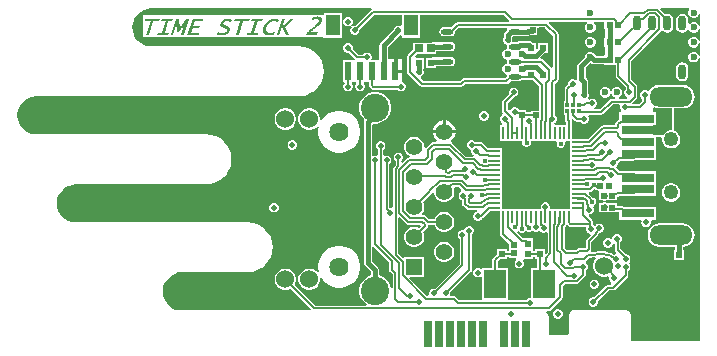
<source format=gtl>
G04*
G04 #@! TF.GenerationSoftware,Altium Limited,Altium Designer,24.8.2 (39)*
G04*
G04 Layer_Physical_Order=1*
G04 Layer_Color=255*
%FSLAX44Y44*%
%MOMM*%
G71*
G04*
G04 #@! TF.SameCoordinates,B24E7647-DC98-4454-BF0C-B73D814473A7*
G04*
G04*
G04 #@! TF.FilePolarity,Positive*
G04*
G01*
G75*
%ADD12C,0.2000*%
%ADD16R,0.3000X0.4000*%
%ADD17O,0.7600X1.2700*%
%ADD18R,1.7780X1.7780*%
%ADD19C,1.5240*%
%ADD20R,0.5200X0.5200*%
%ADD21R,2.7800X0.8000*%
%ADD22R,1.9000X2.4000*%
%ADD23R,0.2000X1.1000*%
%ADD24R,1.1000X0.2000*%
G04:AMPARAMS|DCode=25|XSize=1.05mm|YSize=0.45mm|CornerRadius=0.225mm|HoleSize=0mm|Usage=FLASHONLY|Rotation=0.000|XOffset=0mm|YOffset=0mm|HoleType=Round|Shape=RoundedRectangle|*
%AMROUNDEDRECTD25*
21,1,1.0500,0.0000,0,0,0.0*
21,1,0.6000,0.4500,0,0,0.0*
1,1,0.4500,0.3000,0.0000*
1,1,0.4500,-0.3000,0.0000*
1,1,0.4500,-0.3000,0.0000*
1,1,0.4500,0.3000,0.0000*
%
%ADD25ROUNDEDRECTD25*%
%ADD26R,3.5000X4.1000*%
%ADD27R,0.6000X1.5500*%
%ADD28R,1.2000X1.8000*%
%ADD29R,0.5811X0.4725*%
%ADD30R,0.5000X0.6000*%
%ADD31R,0.5153X0.4725*%
%ADD32R,0.4725X0.5153*%
%ADD33R,0.7000X0.6500*%
%ADD34R,0.5725X0.6153*%
%ADD35R,0.5000X0.5500*%
%ADD37R,5.8000X4.6000*%
%ADD41O,3.6600X1.6600*%
%ADD42C,1.2500*%
%ADD43C,1.6250*%
%ADD44C,2.4000*%
%ADD45C,1.5300*%
%ADD46C,1.4000*%
%ADD47R,1.4000X1.4000*%
%ADD48C,0.5000*%
%ADD49C,0.6000*%
%ADD50C,0.1524*%
%ADD51C,0.3810*%
%ADD52C,0.2030*%
%ADD53C,0.1800*%
%ADD54C,0.1530*%
%ADD55C,0.3490*%
%ADD56R,0.6500X2.2250*%
%ADD57C,0.4000*%
%ADD58C,0.4800*%
%ADD59C,0.4500*%
G36*
X948704Y792568D02*
X948685Y792549D01*
X948000Y790895D01*
Y789105D01*
X948685Y787451D01*
X949951Y786185D01*
X951605Y785500D01*
X953395D01*
X955049Y786185D01*
X956315Y787451D01*
X957000Y789105D01*
X958217Y788977D01*
X958217Y778523D01*
X957000Y778395D01*
X956315Y780049D01*
X955049Y781315D01*
X953395Y782000D01*
X951605D01*
X949951Y781315D01*
X949374Y780738D01*
X948104Y781264D01*
Y783550D01*
X947692Y785618D01*
X946521Y787371D01*
X944768Y788542D01*
X942700Y788954D01*
X940632Y788542D01*
X938879Y787371D01*
X937708Y785618D01*
X937296Y783550D01*
Y778450D01*
X937708Y776382D01*
X938879Y774629D01*
X940632Y773457D01*
X942700Y773046D01*
X944768Y773457D01*
X946521Y774629D01*
X947091Y775481D01*
X948524Y775340D01*
X948685Y774951D01*
X949951Y773685D01*
X951605Y773000D01*
X953395D01*
X955049Y773685D01*
X956315Y774951D01*
X957000Y776605D01*
X958217Y776477D01*
Y766023D01*
X957000Y765895D01*
X956315Y767549D01*
X955049Y768815D01*
X953395Y769500D01*
X951605D01*
X949951Y768815D01*
X948685Y767549D01*
X948000Y765895D01*
Y764105D01*
X948685Y762451D01*
X949951Y761185D01*
X951605Y760500D01*
X953395D01*
X955049Y761185D01*
X956315Y762451D01*
X957000Y764105D01*
X958217Y763977D01*
Y753523D01*
X957000Y753395D01*
X956315Y755049D01*
X955049Y756315D01*
X953395Y757000D01*
X951605D01*
X949951Y756315D01*
X948685Y755049D01*
X948000Y753395D01*
Y751605D01*
X948685Y749951D01*
X949951Y748685D01*
X951605Y748000D01*
X953395D01*
X955049Y748685D01*
X956315Y749951D01*
X957000Y751605D01*
X958217Y751477D01*
X958217Y511679D01*
X949879D01*
X899599Y511679D01*
Y533122D01*
X899512Y533561D01*
X899443Y534003D01*
X898751Y535882D01*
X898738Y535902D01*
X898734Y535926D01*
X898479Y536325D01*
X898232Y536730D01*
X898212Y536744D01*
X898199Y536764D01*
X897811Y537036D01*
X897428Y537315D01*
X897404Y537321D01*
X897385Y537335D01*
X895552Y538140D01*
X895524Y538147D01*
X895501Y538162D01*
X895040Y538254D01*
X894581Y538355D01*
X894553Y538351D01*
X894526Y538356D01*
X851740D01*
X850764Y538162D01*
X848955Y537412D01*
X848128Y536860D01*
X847575Y536033D01*
X846826Y534223D01*
X846632Y533248D01*
X846632Y518379D01*
X845576Y517323D01*
X830928Y517323D01*
X830563Y517475D01*
X830411Y517840D01*
X830411Y530437D01*
X830361Y530687D01*
X830361Y530942D01*
X829942Y533014D01*
X829942Y533016D01*
Y533017D01*
X829751Y533473D01*
X829559Y533932D01*
X829558Y533933D01*
X829557Y533934D01*
X828416Y535627D01*
X828072Y535969D01*
X827857Y536186D01*
X828011Y537243D01*
X828076Y537456D01*
X829968D01*
X830852Y537631D01*
X831601Y538132D01*
X840966Y547497D01*
X841467Y548246D01*
X841642Y549130D01*
Y558384D01*
X843684Y560426D01*
X853377D01*
X854261Y560601D01*
X855010Y561102D01*
X860341Y566433D01*
X860842Y567182D01*
X861017Y568066D01*
Y571734D01*
X862099Y572815D01*
X862708Y574285D01*
Y575877D01*
X862099Y577347D01*
X861040Y578406D01*
X860973Y578548D01*
X860960Y579852D01*
X861141Y579973D01*
X863793Y582625D01*
X869313Y582912D01*
X869830Y581751D01*
X869387Y581309D01*
X868186Y579229D01*
X867565Y576909D01*
Y574508D01*
X868186Y572189D01*
X869387Y570109D01*
X871085Y568411D01*
X873165Y567210D01*
X875484Y566589D01*
X877885D01*
X880205Y567210D01*
X880213Y567215D01*
X881222Y566331D01*
X881000Y565796D01*
Y564204D01*
X881609Y562734D01*
X882734Y561609D01*
X882864Y560274D01*
X882266Y559568D01*
X879762D01*
X878879Y559393D01*
X878131Y558893D01*
X868238Y549000D01*
X866704D01*
X865234Y548391D01*
X864109Y547266D01*
X863500Y545796D01*
Y544204D01*
X864109Y542734D01*
X865234Y541609D01*
X866704Y541000D01*
X868296D01*
X869766Y541609D01*
X870891Y542734D01*
X871500Y544204D01*
Y545738D01*
X880717Y554956D01*
X883997D01*
X884879Y555131D01*
X885627Y555631D01*
X896631Y566635D01*
X897131Y567383D01*
X897306Y568265D01*
Y571650D01*
X898391Y572734D01*
X899000Y574204D01*
Y575796D01*
X898391Y577266D01*
X897407Y578250D01*
X898391Y579234D01*
X899000Y580704D01*
Y582296D01*
X898391Y583766D01*
X897266Y584891D01*
X895796Y585500D01*
X894970D01*
X894339Y586379D01*
X894201Y586508D01*
X894096Y586666D01*
X890471Y590290D01*
Y595607D01*
X890891Y596026D01*
X891500Y597496D01*
Y599088D01*
X890891Y600558D01*
X889766Y601683D01*
X888296Y602292D01*
X886704D01*
X885234Y601683D01*
X884109Y600558D01*
X883500Y599088D01*
Y598968D01*
X882266Y598406D01*
X880796Y599015D01*
X879204D01*
X877734Y598406D01*
X876609Y597281D01*
X876000Y595811D01*
Y594219D01*
X876609Y592749D01*
X877734Y591624D01*
X879204Y591015D01*
X880796D01*
X882266Y591624D01*
X883391Y592749D01*
X883791Y593714D01*
X885043Y594207D01*
X885264Y594205D01*
X885859Y593851D01*
Y589335D01*
X886034Y588452D01*
X886534Y587704D01*
X887180Y587058D01*
X886654Y585788D01*
X886174D01*
X884953Y585282D01*
X882324Y586516D01*
X882324Y586518D01*
X882236Y586558D01*
X882213Y586563D01*
X881187Y586988D01*
X879855Y587540D01*
X876685Y587958D01*
X876062Y587876D01*
X876034Y587880D01*
X865912Y587354D01*
X865486Y588603D01*
X865837Y589129D01*
X866013Y590012D01*
Y595870D01*
X871148Y601006D01*
X871648Y601754D01*
X871824Y602636D01*
Y602759D01*
X872565Y603500D01*
X873296D01*
X874766Y604109D01*
X875891Y605234D01*
X876500Y606704D01*
Y608296D01*
X875891Y609766D01*
X874766Y610891D01*
X873296Y611500D01*
X871704D01*
X870234Y610891D01*
X869478Y610135D01*
X869109Y609766D01*
X867867Y610086D01*
X867711Y610243D01*
X867540Y610314D01*
Y613045D01*
X867345Y614026D01*
X866789Y614858D01*
X863735Y617912D01*
X864261Y619182D01*
X864756D01*
X866226Y619791D01*
X867351Y620916D01*
X867960Y622387D01*
Y623978D01*
X867403Y625322D01*
X867401Y625331D01*
X867418Y625634D01*
X867827Y626768D01*
X868467Y627033D01*
X869451Y628017D01*
X869984Y629304D01*
Y630696D01*
X869451Y631983D01*
X868467Y632967D01*
X867180Y633500D01*
X866916D01*
X866880Y633536D01*
X866877Y633540D01*
X863512Y636906D01*
X864037Y638176D01*
X864399D01*
X865282Y638351D01*
X866030Y638851D01*
X867785Y640607D01*
X869040Y640516D01*
X869528Y639669D01*
Y639567D01*
X871159D01*
X872138Y638862D01*
Y631138D01*
X876081D01*
X876413Y631000D01*
X878005D01*
X878337Y631138D01*
X887862D01*
Y633963D01*
X888088Y634007D01*
X888915Y634560D01*
X889206Y634851D01*
X902050D01*
X902296Y634900D01*
X920450D01*
Y644900D01*
Y655900D01*
X902296D01*
X902050Y655949D01*
X889671D01*
X886477Y659143D01*
X887575Y660241D01*
X888184Y661711D01*
Y662902D01*
X890133Y664851D01*
X902050D01*
X902296Y664900D01*
X920450D01*
Y674900D01*
Y684626D01*
X925158D01*
X925700Y683920D01*
Y681880D01*
X926228Y679909D01*
X927249Y678141D01*
X928691Y676699D01*
X930459Y675678D01*
X932430Y675150D01*
X934470D01*
X936441Y675678D01*
X938209Y676699D01*
X939651Y678141D01*
X940672Y679909D01*
X941200Y681880D01*
Y683920D01*
X940672Y685891D01*
X939651Y687659D01*
X938209Y689101D01*
X936441Y690122D01*
X936087Y690217D01*
X935874Y690650D01*
Y709016D01*
X943450D01*
X946008Y709352D01*
X948392Y710340D01*
X950439Y711911D01*
X952010Y713958D01*
X952998Y716342D01*
X953335Y718900D01*
X952998Y721458D01*
X952010Y723842D01*
X950439Y725889D01*
X948392Y727460D01*
X946008Y728448D01*
X943450Y728784D01*
X923450D01*
X920892Y728448D01*
X918508Y727460D01*
X916461Y725889D01*
X915084Y724096D01*
X913647Y723737D01*
X913517Y723866D01*
X912047Y724475D01*
X910456D01*
X908986Y723866D01*
X907860Y722741D01*
X907251Y721271D01*
Y719680D01*
X907860Y718210D01*
X908945Y717125D01*
Y715321D01*
X905931Y712306D01*
X900915D01*
X900389Y713576D01*
X904131Y717318D01*
X904631Y718066D01*
X904806Y718949D01*
Y727024D01*
X904631Y727907D01*
X904131Y728655D01*
X899806Y732980D01*
Y749122D01*
X924917Y774232D01*
X925070Y774312D01*
X926554Y774378D01*
X927932Y773457D01*
X930000Y773046D01*
X932068Y773457D01*
X933821Y774629D01*
X934993Y776382D01*
X935404Y778450D01*
Y783550D01*
X934993Y785618D01*
X933821Y787371D01*
X932068Y788542D01*
X930000Y788954D01*
X928338Y788623D01*
X924393Y792568D01*
X924879Y793741D01*
X948218D01*
X948704Y792568D01*
D02*
G37*
G36*
X679894Y792471D02*
X679589Y792268D01*
X666322Y779000D01*
X664788D01*
X663317Y778391D01*
X662465Y779308D01*
X663391Y780234D01*
X664000Y781704D01*
Y783296D01*
X663391Y784766D01*
X662266Y785891D01*
X660796Y786500D01*
X659204D01*
X657734Y785891D01*
X656609Y784766D01*
X656000Y783296D01*
Y781704D01*
X656609Y780234D01*
X657734Y779109D01*
X659204Y778500D01*
X660796D01*
X662266Y779109D01*
X663119Y778192D01*
X662192Y777266D01*
X661583Y775796D01*
Y774204D01*
X662192Y772734D01*
X663317Y771609D01*
X664788Y771000D01*
X666379D01*
X667849Y771609D01*
X668974Y772734D01*
X669583Y774204D01*
Y775738D01*
X682176Y788331D01*
X705500D01*
Y779316D01*
X704230Y778613D01*
X703296Y779000D01*
X701704D01*
X700234Y778391D01*
X699109Y777266D01*
X698581Y775990D01*
X687545Y764955D01*
X686793Y763829D01*
X686528Y762500D01*
Y750459D01*
X685500Y749875D01*
X684500D01*
Y749875D01*
X680596D01*
X679748Y751145D01*
X679859Y751413D01*
Y753004D01*
X679250Y754475D01*
X678125Y755600D01*
X676655Y756209D01*
X675063D01*
X673593Y755600D01*
X672508Y754515D01*
X668746D01*
X664000Y759262D01*
Y760796D01*
X663391Y762266D01*
X662266Y763391D01*
X660796Y764000D01*
X659204D01*
X657734Y763391D01*
X656609Y762266D01*
X656000Y760796D01*
Y759204D01*
X656609Y757734D01*
X657734Y756609D01*
X659204Y756000D01*
X660738D01*
X665593Y751145D01*
X665500Y749875D01*
X664500D01*
X664230Y749875D01*
X655500D01*
Y731375D01*
X656422D01*
X656948Y730105D01*
X656609Y729766D01*
X656000Y728296D01*
Y726704D01*
X656609Y725234D01*
X657734Y724109D01*
X659204Y723500D01*
X660796D01*
X662266Y724109D01*
X663391Y725234D01*
X664000Y726704D01*
Y728296D01*
X663391Y729766D01*
X663052Y730105D01*
X663578Y731375D01*
X664500Y731375D01*
X665500D01*
X665770Y731375D01*
X666422D01*
X666948Y730105D01*
X666609Y729766D01*
X666000Y728296D01*
Y726704D01*
X666609Y725234D01*
X667734Y724109D01*
X669204Y723500D01*
X670796D01*
X672266Y724109D01*
X673391Y725234D01*
X674000Y726704D01*
Y728296D01*
X673391Y729766D01*
X673375Y729782D01*
X673748Y731087D01*
X674500Y731375D01*
X675500D01*
Y731375D01*
X675770Y731375D01*
X677436D01*
Y728689D01*
X677631Y727708D01*
X678187Y726876D01*
X679376Y725687D01*
X680208Y725131D01*
X681189Y724936D01*
X701907D01*
X702734Y724109D01*
X704204Y723500D01*
X705796D01*
X707266Y724109D01*
X708391Y725234D01*
X709000Y726704D01*
Y728296D01*
X708391Y729766D01*
X707266Y730891D01*
X705796Y731500D01*
X705540D01*
Y739355D01*
X700000D01*
Y740625D01*
X698730D01*
Y750915D01*
X694460D01*
X693472Y751595D01*
Y761062D01*
X703490Y771081D01*
X704230Y771387D01*
X705500Y770684D01*
Y768875D01*
X720500D01*
Y788331D01*
X791663D01*
X796282Y783712D01*
X795756Y782442D01*
X752827D01*
X751846Y782246D01*
X751014Y781691D01*
X747164Y777841D01*
X747000Y777874D01*
X741000D01*
X739537Y777582D01*
X738296Y776754D01*
X737468Y775513D01*
X737177Y774050D01*
X737468Y772587D01*
X738296Y771346D01*
X739537Y770518D01*
X741000Y770227D01*
X747000D01*
X748463Y770518D01*
X749704Y771346D01*
X750532Y772587D01*
X750824Y774050D01*
X750791Y774214D01*
X753889Y777313D01*
X794143D01*
X794822Y776043D01*
X794468Y775513D01*
X794400Y775173D01*
X792773Y773546D01*
X792020Y772420D01*
X791756Y771091D01*
Y769395D01*
X791609Y769248D01*
X791000Y767778D01*
Y766186D01*
X791609Y764716D01*
X792734Y763591D01*
X793373Y763326D01*
X794206Y762936D01*
X794249Y761712D01*
X794176Y761350D01*
X794292Y760770D01*
X794130Y759672D01*
X793406Y759210D01*
X792451Y758815D01*
X791185Y757549D01*
X790500Y755895D01*
Y754105D01*
X791185Y752451D01*
X792451Y751185D01*
X793406Y750790D01*
X794130Y750328D01*
X794292Y749230D01*
X794176Y748650D01*
X794252Y748270D01*
X794108Y747026D01*
X793369Y746695D01*
X792451Y746315D01*
X791185Y745049D01*
X790500Y743395D01*
Y741605D01*
X791185Y739951D01*
X792451Y738685D01*
X793500Y738251D01*
X794163Y737677D01*
X794332Y736730D01*
X794176Y735950D01*
X794209Y735786D01*
X792973Y734549D01*
X757923D01*
X756941Y734354D01*
X756109Y733798D01*
X754861Y732549D01*
X723577D01*
X721294Y734832D01*
X721592Y736330D01*
X722266Y736609D01*
X723391Y737734D01*
X724000Y739204D01*
Y740796D01*
X723613Y741730D01*
X724000Y743000D01*
X724000D01*
Y752000D01*
X717422D01*
X716896Y753270D01*
X718876Y755250D01*
X734750D01*
Y757878D01*
X739446D01*
X739537Y757818D01*
X741000Y757527D01*
X747000D01*
X748463Y757818D01*
X749704Y758646D01*
X750532Y759887D01*
X750824Y761350D01*
X750532Y762813D01*
X749704Y764054D01*
X748463Y764882D01*
X747000Y765173D01*
X741000D01*
X739537Y764882D01*
X739446Y764822D01*
X731350D01*
X730990Y764750D01*
X715250D01*
Y758876D01*
X710687Y754313D01*
X710131Y753481D01*
X709936Y752500D01*
Y740000D01*
X710131Y739019D01*
X710687Y738187D01*
X720702Y728172D01*
X721534Y727616D01*
X722515Y727421D01*
X755923D01*
X756904Y727616D01*
X757736Y728172D01*
X758985Y729421D01*
X794035D01*
X795016Y729616D01*
X795848Y730172D01*
X797836Y732159D01*
X798000Y732127D01*
X804000D01*
X805463Y732418D01*
X806704Y733246D01*
X806797Y733386D01*
X811000D01*
Y733000D01*
X815874D01*
X821273Y727600D01*
Y707145D01*
X815098D01*
Y706277D01*
X810989D01*
Y707226D01*
X806027D01*
X805779Y707275D01*
X804578D01*
X804233Y708108D01*
X803108Y709233D01*
X801638Y709842D01*
X800047D01*
X798576Y709233D01*
X797451Y708108D01*
X797292Y707723D01*
X796054Y707477D01*
X795064Y708349D01*
Y713134D01*
X800430Y718500D01*
X800796D01*
X802266Y719109D01*
X803391Y720234D01*
X804000Y721704D01*
Y723296D01*
X803391Y724766D01*
X802266Y725891D01*
X800796Y726500D01*
X799204D01*
X797734Y725891D01*
X796609Y724766D01*
X796000Y723296D01*
Y721704D01*
X796112Y721434D01*
X790687Y716010D01*
X790131Y715178D01*
X789936Y714196D01*
Y707092D01*
X790131Y706111D01*
X790687Y705279D01*
X790917Y705049D01*
X790619Y703550D01*
X790234Y703391D01*
X789109Y702266D01*
X788500Y700796D01*
Y699204D01*
X789109Y697734D01*
X790234Y696609D01*
X790522Y696490D01*
X790269Y695220D01*
X788460D01*
Y681220D01*
X807082D01*
X807509Y680581D01*
Y679189D01*
X808042Y677902D01*
X809026Y676918D01*
X810313Y676385D01*
X811705D01*
X812991Y676918D01*
X813976Y677902D01*
X814509Y679189D01*
Y680581D01*
X814936Y681220D01*
X835677D01*
X836525Y679950D01*
X836512Y679916D01*
Y678524D01*
X837044Y677238D01*
X838029Y676253D01*
X839315Y675720D01*
X840708D01*
X841994Y676253D01*
X842979Y677238D01*
X843511Y678524D01*
Y679916D01*
X843498Y679950D01*
X844346Y681220D01*
X847460D01*
Y670220D01*
Y658220D01*
Y646220D01*
Y634220D01*
Y624220D01*
X831194D01*
X830960Y624570D01*
Y626161D01*
X830351Y627632D01*
X829226Y628757D01*
X827756Y629366D01*
X826164D01*
X824694Y628757D01*
X823569Y627632D01*
X822960Y626161D01*
Y624570D01*
X822726Y624220D01*
X790460D01*
Y638220D01*
Y650220D01*
Y662220D01*
Y675220D01*
X783596D01*
X783360Y675267D01*
X778480D01*
X773881Y679865D01*
X773087Y680396D01*
X772151Y680582D01*
X770101D01*
X769987Y680559D01*
X767789D01*
X766722Y681626D01*
X765252Y682235D01*
X763661D01*
X762191Y681626D01*
X761065Y680501D01*
X760456Y679031D01*
Y677440D01*
X761065Y675969D01*
X762191Y674844D01*
X763203Y674425D01*
X764321Y673804D01*
Y672213D01*
X764930Y670743D01*
X766055Y669618D01*
X766298Y669517D01*
X766045Y668247D01*
X759881D01*
X748097Y680030D01*
X747572Y680381D01*
X747388Y681135D01*
X747374Y681312D01*
X747423Y681832D01*
X749034Y683442D01*
X750290Y685618D01*
X750936Y688030D01*
X741400D01*
X731864D01*
X732510Y685618D01*
X733766Y683442D01*
X735191Y682017D01*
X734695Y680747D01*
X731933D01*
X730997Y680561D01*
X730203Y680030D01*
X725770Y675598D01*
X725769D01*
X724500Y675983D01*
Y677719D01*
X723921Y679881D01*
X722802Y681819D01*
X721219Y683402D01*
X719281Y684521D01*
X717119Y685100D01*
X714881D01*
X712719Y684521D01*
X710781Y683402D01*
X709198Y681819D01*
X708079Y679881D01*
X707500Y677719D01*
Y675481D01*
X708079Y673319D01*
X709198Y671381D01*
X710781Y669798D01*
X712719Y668679D01*
X712411Y667447D01*
X711840D01*
X710903Y667261D01*
X710109Y666730D01*
X706244Y662866D01*
X705017Y663343D01*
X704917Y664260D01*
X705891Y665234D01*
X706500Y666704D01*
Y668296D01*
X705891Y669766D01*
X704766Y670891D01*
X703296Y671500D01*
X701704D01*
X700234Y670891D01*
X699109Y669766D01*
X698500Y668296D01*
Y666704D01*
X699109Y665234D01*
X700194Y664149D01*
Y661087D01*
X698507Y659401D01*
X698007Y658653D01*
X697832Y657770D01*
Y625195D01*
X696562Y624346D01*
X696076Y624547D01*
X695482D01*
X694925Y625104D01*
Y661768D01*
X695891Y662734D01*
X696500Y664204D01*
Y665796D01*
X695891Y667266D01*
X694766Y668391D01*
X693296Y669000D01*
X691704D01*
X691076Y668740D01*
X689806Y669588D01*
Y674149D01*
X690891Y675234D01*
X691500Y676704D01*
Y678296D01*
X690891Y679766D01*
X689766Y680891D01*
X688296Y681500D01*
X686704D01*
X685234Y680891D01*
X684109Y679766D01*
X683500Y678296D01*
Y676704D01*
X684109Y675234D01*
X685194Y674149D01*
Y669588D01*
X683924Y668740D01*
X683296Y669000D01*
X681704D01*
X681337Y668848D01*
X680067Y669696D01*
Y695145D01*
X681223Y696150D01*
X684777D01*
X688211Y697070D01*
X691289Y698847D01*
X693803Y701361D01*
X695580Y704439D01*
X696500Y707873D01*
Y711427D01*
X695580Y714861D01*
X693803Y717939D01*
X691289Y720453D01*
X688211Y722230D01*
X684777Y723150D01*
X681223D01*
X677789Y722230D01*
X674711Y720453D01*
X672197Y717939D01*
X670420Y714861D01*
X669500Y711427D01*
Y707873D01*
X670420Y704439D01*
X672197Y701361D01*
X673812Y699746D01*
X673388Y699110D01*
X673123Y697782D01*
Y578232D01*
X673388Y576904D01*
X674140Y575777D01*
X678990Y570927D01*
Y567552D01*
X677789Y567230D01*
X674711Y565453D01*
X672197Y562939D01*
X670420Y559861D01*
X669500Y556427D01*
Y552873D01*
X670420Y549439D01*
X672197Y546361D01*
X674711Y543847D01*
X675657Y543301D01*
X675328Y542074D01*
X632291D01*
X614694Y559672D01*
X615326Y560768D01*
X615950Y563095D01*
Y565505D01*
X615326Y567832D01*
X614122Y569918D01*
X612418Y571622D01*
X610332Y572826D01*
X608005Y573450D01*
X605595D01*
X603268Y572826D01*
X601182Y571622D01*
X599478Y569918D01*
X598274Y567832D01*
X597650Y565505D01*
Y563095D01*
X598274Y560768D01*
X599478Y558682D01*
X601182Y556978D01*
X603268Y555774D01*
X605595Y555150D01*
X608005D01*
X610332Y555774D01*
X611428Y556406D01*
X628419Y539415D01*
X627933Y538242D01*
X516438Y538242D01*
X514162Y538554D01*
X512039Y539389D01*
X507617Y542871D01*
X504323Y548124D01*
X503434Y551054D01*
X503108Y554281D01*
X503451Y557458D01*
X504399Y560477D01*
X505914Y563254D01*
X507963Y565707D01*
X510453Y567711D01*
X513258Y569175D01*
X516293Y570068D01*
X519614Y570365D01*
X574634Y570365D01*
X574750Y570388D01*
X574868Y570376D01*
X578656Y570725D01*
X578901Y570798D01*
X579156Y570822D01*
X582691Y571885D01*
X582912Y572003D01*
X583152Y572075D01*
X586358Y573778D01*
X586549Y573934D01*
X586766Y574049D01*
X589566Y576317D01*
X589723Y576505D01*
X589913Y576657D01*
X592232Y579416D01*
X592351Y579631D01*
X592510Y579819D01*
X594271Y582993D01*
X594347Y583232D01*
X594469Y583451D01*
X595597Y586966D01*
X595626Y587220D01*
X595703Y587464D01*
X596121Y591245D01*
X596097Y591525D01*
X596121Y591804D01*
X595705Y595586D01*
X595628Y595831D01*
X595599Y596085D01*
X594473Y599602D01*
X594351Y599821D01*
X594274Y600060D01*
X592514Y603236D01*
X592355Y603424D01*
X592236Y603640D01*
X589918Y606400D01*
X589727Y606553D01*
X589571Y606741D01*
X586770Y609010D01*
X586552Y609125D01*
X586362Y609281D01*
X583156Y610985D01*
X582915Y611057D01*
X582694Y611175D01*
X579158Y612239D01*
X578903Y612264D01*
X578657Y612337D01*
X574868Y612686D01*
X574750Y612673D01*
X574634Y612696D01*
X429392Y612696D01*
X426015Y613056D01*
X423023Y614001D01*
X420315Y615485D01*
X417954Y617445D01*
X416007Y619818D01*
X414539Y622534D01*
X413612Y625532D01*
X413288Y628749D01*
X413630Y631913D01*
X414578Y634931D01*
X416093Y637709D01*
X418142Y640162D01*
X420633Y642166D01*
X423437Y643630D01*
X426473Y644522D01*
X429794Y644820D01*
X539720Y644820D01*
X539836Y644843D01*
X539953Y644831D01*
X543743Y645180D01*
X543988Y645253D01*
X544244Y645277D01*
X547779Y646342D01*
X548001Y646459D01*
X548241Y646532D01*
X551447Y648236D01*
X551638Y648392D01*
X551856Y648506D01*
X554656Y650776D01*
X554813Y650964D01*
X555003Y651117D01*
X557322Y653877D01*
X557440Y654093D01*
X557600Y654280D01*
X559360Y657456D01*
X559437Y657695D01*
X559558Y657915D01*
X560685Y661431D01*
X560714Y661685D01*
X560791Y661928D01*
X561209Y665711D01*
X561185Y665988D01*
X561210Y666265D01*
X560812Y669943D01*
X560737Y670183D01*
X560710Y670433D01*
X559613Y673929D01*
X559493Y674148D01*
X559418Y674387D01*
X557663Y677604D01*
X557502Y677797D01*
X557381Y678017D01*
X555010Y680856D01*
X554813Y681015D01*
X554651Y681208D01*
X551769Y683528D01*
X551547Y683644D01*
X551351Y683801D01*
X548103Y685498D01*
X547863Y685568D01*
X547642Y685684D01*
X544126Y686717D01*
X543875Y686740D01*
X543634Y686810D01*
X539950Y687141D01*
X539835Y687129D01*
X539722Y687151D01*
X396342Y687151D01*
X391870Y687642D01*
X387946Y689188D01*
X384561Y691702D01*
X381908Y695079D01*
X380244Y699039D01*
X379691Y703219D01*
X380244Y707399D01*
X381908Y711358D01*
X384561Y714736D01*
X387946Y717250D01*
X391870Y718796D01*
X396342Y719286D01*
X617968Y719286D01*
X618081Y719309D01*
X618195Y719296D01*
X621880Y719627D01*
X622121Y719698D01*
X622371Y719720D01*
X625887Y720753D01*
X626109Y720869D01*
X626348Y720940D01*
X629597Y722636D01*
X629793Y722793D01*
X630015Y722910D01*
X632897Y725229D01*
X633059Y725423D01*
X633256Y725581D01*
X635627Y728420D01*
X635747Y728641D01*
X635908Y728833D01*
X637664Y732050D01*
X637738Y732289D01*
X637858Y732508D01*
X638956Y736005D01*
X638983Y736254D01*
X639058Y736494D01*
X639456Y740172D01*
X639431Y740446D01*
X639456Y740720D01*
X639058Y744398D01*
X638983Y744638D01*
X638956Y744887D01*
X637859Y748384D01*
X637739Y748603D01*
X637664Y748842D01*
X635909Y752059D01*
X635748Y752252D01*
X635627Y752472D01*
X633256Y755311D01*
X633059Y755470D01*
X632898Y755663D01*
X630015Y757982D01*
X629793Y758099D01*
X629597Y758256D01*
X626349Y759953D01*
X626109Y760023D01*
X625888Y760139D01*
X622371Y761172D01*
X622121Y761195D01*
X621880Y761265D01*
X618196Y761596D01*
X618081Y761583D01*
X617968Y761606D01*
X515033Y761606D01*
X493280D01*
X490006Y761930D01*
X487010Y762841D01*
X484248Y764316D01*
X481802Y766322D01*
X479797Y768769D01*
X478324Y771533D01*
X477415Y774529D01*
X477105Y777679D01*
X477416Y780826D01*
X478326Y783821D01*
X479800Y786582D01*
X481806Y789028D01*
X484251Y791033D01*
X487012Y792507D01*
X490007Y793417D01*
X493280Y793741D01*
X679508D01*
X679894Y792471D01*
D02*
G37*
G36*
X876939Y776138D02*
X877873D01*
Y768862D01*
X876939D01*
Y761138D01*
X877873D01*
Y753862D01*
X876939D01*
Y753472D01*
X869531D01*
X869424Y753578D01*
X868815Y755049D01*
X867549Y756315D01*
X865895Y757000D01*
X864105D01*
X862451Y756315D01*
X861185Y755049D01*
X860500Y753395D01*
Y752910D01*
X855045Y747455D01*
X854293Y746329D01*
X854028Y745000D01*
Y733911D01*
X854149Y733304D01*
X852979Y732678D01*
X852266Y733391D01*
X850796Y734000D01*
X849204D01*
X847734Y733391D01*
X846609Y732266D01*
X846000Y730796D01*
Y729262D01*
X843869Y727131D01*
X843369Y726383D01*
X843194Y725500D01*
Y715520D01*
X842500D01*
Y703020D01*
X843421D01*
Y699015D01*
X843616Y698034D01*
X844172Y697202D01*
X844411Y696963D01*
Y695220D01*
X834731D01*
X834478Y696490D01*
X834766Y696609D01*
X835891Y697734D01*
X836500Y699204D01*
Y700796D01*
X835891Y702266D01*
X835064Y703093D01*
Y729889D01*
X837452Y732276D01*
X838008Y733108D01*
X838203Y734090D01*
Y771643D01*
X838008Y772624D01*
X837452Y773456D01*
X829746Y781162D01*
X830272Y782432D01*
X861908D01*
X862175Y781884D01*
X862298Y781162D01*
X861185Y780049D01*
X860500Y778395D01*
Y776605D01*
X861185Y774951D01*
X862451Y773685D01*
X864105Y773000D01*
X865895D01*
X867549Y773685D01*
X868815Y774951D01*
X869500Y776605D01*
Y778395D01*
X868815Y780049D01*
X867702Y781162D01*
X867825Y781884D01*
X868092Y782432D01*
X876939D01*
Y776138D01*
D02*
G37*
G36*
X833074Y770581D02*
Y743776D01*
X831907Y743382D01*
X831804Y743379D01*
X824720Y750463D01*
X823888Y751019D01*
X823335Y751129D01*
X822799Y752389D01*
X825910Y755500D01*
X829000D01*
Y764500D01*
X821000D01*
Y760416D01*
X820109Y759681D01*
X819000Y760155D01*
Y764500D01*
X815910D01*
X815400Y765010D01*
X814273Y765763D01*
X812945Y766027D01*
X805392D01*
X804063Y765763D01*
X803182Y765173D01*
X799677D01*
X799000Y766186D01*
Y767778D01*
X798699Y768503D01*
Y769653D01*
X799273Y770227D01*
X804000D01*
X805463Y770518D01*
X805554Y770578D01*
X811965D01*
X813294Y770843D01*
X813635Y771071D01*
X815757D01*
X816092Y771138D01*
X820291D01*
Y777313D01*
X826342D01*
X833074Y770581D01*
D02*
G37*
G36*
X865638Y747545D02*
X866764Y746793D01*
X868093Y746528D01*
X876939D01*
Y746138D01*
X886349D01*
Y736592D01*
X886525Y735710D01*
X887025Y734962D01*
X894893Y727093D01*
Y725550D01*
X894109Y724766D01*
X893500Y723296D01*
Y721704D01*
X894109Y720234D01*
X895234Y719109D01*
X895872Y718845D01*
X896384Y717327D01*
X896212Y717068D01*
X889464D01*
X889212Y718338D01*
X890049Y718685D01*
X891315Y719951D01*
X892000Y721605D01*
Y723395D01*
X891315Y725049D01*
X890049Y726315D01*
X888395Y727000D01*
X886605D01*
X884951Y726315D01*
X883685Y725049D01*
X883173Y723813D01*
X881827D01*
X881315Y725049D01*
X880049Y726315D01*
X878395Y727000D01*
X876605D01*
X874951Y726315D01*
X873685Y725049D01*
X873000Y723395D01*
Y721605D01*
X873685Y719951D01*
X874951Y718685D01*
X876605Y718000D01*
X878395D01*
X880049Y718685D01*
X881315Y719951D01*
X881827Y721187D01*
X883173D01*
X883685Y719951D01*
X884951Y718685D01*
X885788Y718338D01*
X885536Y717068D01*
X882985D01*
X882103Y716893D01*
X881355Y716393D01*
X873268Y708306D01*
X868533D01*
X868280Y709576D01*
X869000Y709874D01*
X870126Y711000D01*
X870734Y712470D01*
Y714061D01*
X870126Y715531D01*
X869000Y716657D01*
X867530Y717265D01*
X865939D01*
X864469Y716657D01*
X864288Y716476D01*
X863989Y716536D01*
X863715Y717085D01*
X863474Y717933D01*
X864000Y719204D01*
Y720796D01*
X863472Y722071D01*
Y731411D01*
X863207Y732740D01*
X862455Y733866D01*
X860972Y735349D01*
Y743562D01*
X865296Y747887D01*
X865638Y747545D01*
D02*
G37*
G36*
X890369Y711186D02*
X890208Y710796D01*
Y709204D01*
X890817Y707734D01*
X891381Y707170D01*
X890855Y705900D01*
X889650D01*
Y699757D01*
X889639Y699755D01*
X888812Y699202D01*
X886848Y697238D01*
X886295Y696411D01*
X886101Y695435D01*
Y694699D01*
X875645D01*
X874670Y694505D01*
X873843Y693952D01*
X862939Y683049D01*
X861460D01*
Y683220D01*
X859206D01*
X858960Y683269D01*
X854460D01*
X854214Y683220D01*
X849460D01*
Y692306D01*
X849539Y692705D01*
Y698025D01*
X849344Y699006D01*
X848963Y699577D01*
X849949Y700387D01*
X851842Y698493D01*
X852591Y697994D01*
X853473Y697818D01*
X856574D01*
X856609Y697734D01*
X857734Y696609D01*
X859204Y696000D01*
X860796D01*
X862266Y696609D01*
X863391Y697734D01*
X864000Y699204D01*
Y700796D01*
X863391Y702266D01*
X863233Y702424D01*
X863759Y703694D01*
X874223D01*
X875106Y703869D01*
X875854Y704369D01*
X883941Y712456D01*
X889521D01*
X890369Y711186D01*
D02*
G37*
G36*
X920892Y709352D02*
X923450Y709016D01*
X934250D01*
Y690650D01*
X932430D01*
X930459Y690122D01*
X928691Y689101D01*
X927249Y687659D01*
X926435Y686250D01*
X917750D01*
Y694900D01*
X920450D01*
Y705900D01*
X917750D01*
Y709438D01*
X919020Y710128D01*
X920892Y709352D01*
D02*
G37*
G36*
X755901Y640042D02*
X755603Y638544D01*
X755234Y638391D01*
X754109Y637266D01*
X753500Y635796D01*
Y634204D01*
X754109Y632734D01*
X755234Y631609D01*
X756611Y631039D01*
Y628245D01*
X756797Y627308D01*
X757327Y626514D01*
X760356Y623486D01*
X761150Y622955D01*
X762087Y622769D01*
X769202D01*
X769204Y621500D01*
X767734Y620891D01*
X766609Y619766D01*
X766000Y618296D01*
Y616704D01*
X766609Y615234D01*
X767734Y614109D01*
X769204Y613500D01*
X770796D01*
X772266Y614109D01*
X773391Y615234D01*
X773715Y616017D01*
X774313Y616417D01*
X780052Y622156D01*
X783460D01*
X783783Y622220D01*
X788460D01*
Y613058D01*
X788396Y612735D01*
Y603040D01*
X788591Y602059D01*
X789147Y601227D01*
X796000Y594374D01*
Y588689D01*
X794100D01*
Y590100D01*
X785900D01*
Y585526D01*
X782687Y582313D01*
X782131Y581481D01*
X781936Y580500D01*
Y573500D01*
X773500D01*
X773500Y573500D01*
Y573500D01*
X772266Y573391D01*
X770796Y574000D01*
X769204D01*
X767734Y573391D01*
X766609Y572266D01*
X766000Y570796D01*
Y569204D01*
X766609Y567734D01*
X767734Y566609D01*
X769204Y566000D01*
X770796D01*
X772266Y566609D01*
X773500Y566047D01*
Y546836D01*
X753925D01*
X751631Y549131D01*
X750883Y549631D01*
X750000Y549806D01*
X747088D01*
X746240Y551076D01*
X746500Y551704D01*
Y553238D01*
X764131Y570869D01*
X764631Y571617D01*
X764806Y572500D01*
Y602236D01*
X765891Y603321D01*
X766500Y604791D01*
Y606382D01*
X765891Y607853D01*
X764766Y608978D01*
X763296Y609587D01*
X761704D01*
X760234Y608978D01*
X759109Y607853D01*
X758735Y606949D01*
X757482Y606093D01*
X755891D01*
X754420Y605484D01*
X753295Y604359D01*
X752686Y602889D01*
Y601297D01*
X753295Y599827D01*
X754380Y598743D01*
Y577641D01*
X733238Y556500D01*
X731704D01*
X730234Y555891D01*
X729109Y554766D01*
X728500Y553296D01*
Y551704D01*
X728579Y551515D01*
X727838Y550339D01*
X726805Y550258D01*
X711736Y565327D01*
X712222Y566500D01*
X724500D01*
Y583500D01*
X707500D01*
Y582709D01*
X706327Y582223D01*
X702444Y586105D01*
Y616275D01*
X703618Y616761D01*
X709009Y611370D01*
X709803Y610839D01*
X710740Y610653D01*
X720996D01*
X721522Y609383D01*
X720029Y607889D01*
X719281Y608321D01*
X717119Y608900D01*
X714881D01*
X712719Y608321D01*
X710781Y607202D01*
X709198Y605619D01*
X708079Y603681D01*
X707500Y601519D01*
Y599281D01*
X708079Y597119D01*
X709198Y595181D01*
X710781Y593598D01*
X712719Y592479D01*
X714881Y591900D01*
X717119D01*
X719281Y592479D01*
X721219Y593598D01*
X722802Y595181D01*
X723921Y597119D01*
X724500Y599281D01*
Y601519D01*
X723921Y603681D01*
X723489Y604428D01*
X726658Y607598D01*
X727189Y608391D01*
X727375Y609328D01*
Y610653D01*
X733256D01*
X733479Y609819D01*
X734598Y607881D01*
X736181Y606298D01*
X738119Y605179D01*
X740281Y604600D01*
X742519D01*
X744681Y605179D01*
X746619Y606298D01*
X748202Y607881D01*
X749321Y609819D01*
X749900Y611981D01*
Y614219D01*
X749321Y616381D01*
X748202Y618319D01*
X746619Y619902D01*
X744681Y621021D01*
X742519Y621600D01*
X740281D01*
X738119Y621021D01*
X736181Y619902D01*
X734598Y618319D01*
X733479Y616381D01*
X733256Y615547D01*
X728327D01*
X725744Y618130D01*
X724950Y618661D01*
X724014Y618847D01*
X722864D01*
X722338Y620117D01*
X722802Y620581D01*
X723921Y622519D01*
X724500Y624681D01*
Y626919D01*
X723921Y629081D01*
X723489Y629828D01*
X730476Y636815D01*
X731006Y637609D01*
X731630Y637971D01*
X732809Y637423D01*
X732923Y637296D01*
X733479Y635219D01*
X734598Y633281D01*
X736181Y631698D01*
X738119Y630579D01*
X740281Y630000D01*
X742519D01*
X744681Y630579D01*
X746619Y631698D01*
X748202Y633281D01*
X749321Y635219D01*
X749900Y637381D01*
Y639619D01*
X749561Y640883D01*
X750514Y642153D01*
X753790D01*
X755901Y640042D01*
D02*
G37*
G36*
X816701Y605030D02*
X818171Y604421D01*
X819762D01*
X821232Y605030D01*
X821299Y605097D01*
X822041Y605489D01*
X823166Y604364D01*
X824637Y603755D01*
X826228D01*
X827582Y604316D01*
X828156Y604109D01*
X828852Y603722D01*
Y587113D01*
X827773Y586035D01*
X826600Y586521D01*
Y590100D01*
X818400D01*
Y588564D01*
X816862D01*
Y598862D01*
X810900D01*
X810653Y598912D01*
X808161D01*
X803318Y603755D01*
X803607Y604809D01*
X804458Y604966D01*
X805161Y604263D01*
X806447Y603731D01*
X807839D01*
X809126Y604263D01*
X810110Y605248D01*
X811003Y604853D01*
X811015Y604841D01*
X812302Y604308D01*
X813694D01*
X814981Y604841D01*
X815936Y605796D01*
X816701Y605030D01*
D02*
G37*
G36*
X846116Y609946D02*
X846336Y609727D01*
X847168Y609171D01*
X848149Y608976D01*
X860852D01*
X861557Y607920D01*
X861445Y607648D01*
Y606056D01*
X862054Y604586D01*
X863179Y603461D01*
X864649Y602852D01*
X864675D01*
X865201Y601582D01*
X862076Y598456D01*
X861576Y597708D01*
X861400Y596826D01*
Y590967D01*
X861220Y590787D01*
X855361D01*
X854479Y590611D01*
X853731Y590111D01*
X852875Y589255D01*
X845421D01*
X843709Y590967D01*
Y608711D01*
X844353Y609354D01*
X844710Y609889D01*
X845720Y609995D01*
X846116Y609946D01*
D02*
G37*
G36*
X694808Y578665D02*
Y572411D01*
X694983Y571528D01*
X695483Y570780D01*
X697694Y568569D01*
Y556879D01*
X696424Y556712D01*
X695580Y559861D01*
X693803Y562939D01*
X691289Y565453D01*
X688211Y567230D01*
X685934Y567840D01*
Y572365D01*
X685670Y573694D01*
X684917Y574820D01*
X680067Y579670D01*
Y591610D01*
X681337Y592136D01*
X694808Y578665D01*
D02*
G37*
G36*
X796000Y582000D02*
X802184D01*
X802437Y581490D01*
X802573Y580730D01*
X801609Y579766D01*
X801000Y578296D01*
Y576704D01*
X801609Y575234D01*
X802734Y574109D01*
X804204Y573500D01*
X805796D01*
X807266Y574109D01*
X808391Y575234D01*
X809000Y576704D01*
Y578296D01*
X808391Y579766D01*
X808289Y579868D01*
X808815Y581138D01*
X816862D01*
Y583436D01*
X818400D01*
Y581900D01*
X819936D01*
Y573500D01*
X814500D01*
Y548530D01*
X813215D01*
X811745Y547921D01*
X810660Y546836D01*
X795500D01*
Y573500D01*
X787064D01*
Y579438D01*
X789526Y581900D01*
X794100D01*
Y583561D01*
X796000D01*
Y582000D01*
D02*
G37*
%LPC*%
G36*
X942700Y747954D02*
X940632Y747542D01*
X938879Y746371D01*
X937708Y744618D01*
X937296Y742550D01*
Y737450D01*
X937708Y735382D01*
X938879Y733629D01*
X940632Y732458D01*
X942700Y732046D01*
X944768Y732458D01*
X946521Y733629D01*
X947692Y735382D01*
X948104Y737450D01*
Y742550D01*
X947692Y744618D01*
X946521Y746371D01*
X944768Y747542D01*
X942700Y747954D01*
D02*
G37*
G36*
X933958Y645650D02*
X932942D01*
X931935Y645517D01*
X930954Y645254D01*
X930015Y644866D01*
X929135Y644358D01*
X928329Y643739D01*
X927611Y643021D01*
X926992Y642215D01*
X926484Y641335D01*
X926096Y640396D01*
X925833Y639415D01*
X925700Y638408D01*
Y637392D01*
X925833Y636385D01*
X926096Y635404D01*
X926484Y634465D01*
X926992Y633585D01*
X927611Y632779D01*
X928329Y632061D01*
X929135Y631442D01*
X930015Y630934D01*
X930665Y630665D01*
X930632Y630632D01*
X932430Y630150D01*
X934470D01*
X936441Y630678D01*
X938209Y631698D01*
X939651Y633141D01*
X940672Y634909D01*
X941200Y636880D01*
Y638920D01*
X940672Y640891D01*
X939651Y642659D01*
X938209Y644101D01*
X938000Y644222D01*
Y644177D01*
X937765Y644358D01*
X936885Y644866D01*
X935947Y645254D01*
X934965Y645517D01*
X933958Y645650D01*
D02*
G37*
G36*
X878005Y629629D02*
X876413D01*
X874943Y629020D01*
X874785Y628862D01*
X872138D01*
Y621138D01*
X887862D01*
Y621351D01*
X889650D01*
Y614900D01*
X907593D01*
X908442Y613630D01*
X908262Y613196D01*
Y611604D01*
X908871Y610134D01*
X909996Y609009D01*
X911466Y608400D01*
X913058D01*
X914528Y609009D01*
X915653Y610134D01*
X916262Y611604D01*
Y613196D01*
X916082Y613630D01*
X916931Y614900D01*
X920450D01*
Y625900D01*
X893157D01*
X892626Y626255D01*
X891650Y626449D01*
X887862D01*
Y628862D01*
X879633D01*
X879475Y629020D01*
X878005Y629629D01*
D02*
G37*
G36*
X943450Y611785D02*
X923450D01*
X920892Y611448D01*
X918508Y610460D01*
X916461Y608889D01*
X914890Y606842D01*
X913902Y604458D01*
X913566Y601900D01*
X913902Y599342D01*
X914890Y596958D01*
X916461Y594911D01*
X918508Y593340D01*
X920892Y592352D01*
X923450Y592015D01*
X936528D01*
Y589500D01*
X936000D01*
Y580500D01*
X944000D01*
Y589500D01*
X943472D01*
Y592018D01*
X946008Y592352D01*
X948392Y593340D01*
X950439Y594911D01*
X952010Y596958D01*
X952998Y599342D01*
X953335Y601900D01*
X952998Y604458D01*
X952010Y606842D01*
X950439Y608889D01*
X948392Y610460D01*
X946008Y611448D01*
X943450Y611785D01*
D02*
G37*
G36*
X869270Y564000D02*
X867679D01*
X866209Y563391D01*
X865084Y562266D01*
X864475Y560796D01*
Y559204D01*
X865084Y557734D01*
X866209Y556609D01*
X867679Y556000D01*
X869270D01*
X870741Y556609D01*
X871866Y557734D01*
X872475Y559204D01*
Y560796D01*
X871866Y562266D01*
X870741Y563391D01*
X869270Y564000D01*
D02*
G37*
G36*
X838296Y539000D02*
X836704D01*
X835234Y538391D01*
X834109Y537266D01*
X833500Y535796D01*
Y534204D01*
X834109Y532734D01*
X835234Y531609D01*
X836704Y531000D01*
X838296D01*
X839766Y531609D01*
X840891Y532734D01*
X841500Y534204D01*
Y535796D01*
X840891Y537266D01*
X839766Y538391D01*
X838296Y539000D01*
D02*
G37*
G36*
X654500Y789875D02*
X639500D01*
Y789497D01*
X639208Y788348D01*
X638230Y788348D01*
X486227D01*
Y769383D01*
X638441D01*
X639500Y768875D01*
X640267Y768875D01*
X654500D01*
Y789875D01*
D02*
G37*
G36*
X747000Y752474D02*
X741000D01*
X739537Y752182D01*
X739446Y752122D01*
X730650D01*
X730038Y752000D01*
X726000D01*
Y743000D01*
X734000D01*
Y745178D01*
X739446D01*
X739537Y745118D01*
X741000Y744827D01*
X747000D01*
X748463Y745118D01*
X749704Y745946D01*
X750532Y747187D01*
X750824Y748650D01*
X750532Y750113D01*
X749704Y751354D01*
X748463Y752182D01*
X747000Y752474D01*
D02*
G37*
G36*
X701270Y750915D02*
Y741895D01*
X705540D01*
Y750915D01*
X701270D01*
D02*
G37*
G36*
X775796Y706500D02*
X774204D01*
X772734Y705891D01*
X771609Y704766D01*
X771000Y703296D01*
Y701704D01*
X771609Y700234D01*
X772734Y699109D01*
X774204Y698500D01*
X775796D01*
X777266Y699109D01*
X778391Y700234D01*
X779000Y701704D01*
Y703296D01*
X778391Y704766D01*
X777266Y705891D01*
X775796Y706500D01*
D02*
G37*
G36*
X608005Y709150D02*
X605595D01*
X603268Y708526D01*
X601182Y707322D01*
X599478Y705618D01*
X598274Y703532D01*
X597650Y701205D01*
Y698795D01*
X598274Y696468D01*
X599478Y694382D01*
X601182Y692678D01*
X603268Y691474D01*
X605595Y690850D01*
X608005D01*
X610332Y691474D01*
X612418Y692678D01*
X614122Y694382D01*
X615326Y696468D01*
X615950Y698795D01*
Y701205D01*
X615326Y703532D01*
X614122Y705618D01*
X612418Y707322D01*
X610332Y708526D01*
X608005Y709150D01*
D02*
G37*
G36*
X742670Y698836D02*
Y690570D01*
X750936D01*
X750290Y692982D01*
X749034Y695158D01*
X747258Y696934D01*
X745082Y698190D01*
X742670Y698836D01*
D02*
G37*
G36*
X740130D02*
X737718Y698190D01*
X735542Y696934D01*
X733766Y695158D01*
X732510Y692982D01*
X731864Y690570D01*
X740130D01*
Y698836D01*
D02*
G37*
G36*
X613523Y682123D02*
X611932D01*
X610462Y681514D01*
X609337Y680389D01*
X608728Y678919D01*
Y677328D01*
X609337Y675857D01*
X610462Y674732D01*
X611932Y674123D01*
X613523D01*
X614994Y674732D01*
X616119Y675857D01*
X616728Y677328D01*
Y678919D01*
X616119Y680389D01*
X614994Y681514D01*
X613523Y682123D01*
D02*
G37*
G36*
X628305Y709150D02*
X625895D01*
X623568Y708526D01*
X621482Y707322D01*
X619778Y705618D01*
X618574Y703532D01*
X617950Y701205D01*
Y698795D01*
X618574Y696468D01*
X619778Y694382D01*
X621482Y692678D01*
X623568Y691474D01*
X625895Y690850D01*
X628305D01*
X630632Y691474D01*
X632718Y692678D01*
X634043Y694003D01*
X635213Y693377D01*
X634750Y691048D01*
Y687552D01*
X635432Y684122D01*
X636770Y680892D01*
X638713Y677985D01*
X641185Y675513D01*
X644092Y673570D01*
X647322Y672232D01*
X650752Y671550D01*
X654248D01*
X657678Y672232D01*
X660908Y673570D01*
X663815Y675513D01*
X666287Y677985D01*
X668230Y680892D01*
X669568Y684122D01*
X670250Y687552D01*
Y691048D01*
X669568Y694477D01*
X668230Y697708D01*
X666287Y700615D01*
X663815Y703087D01*
X660908Y705030D01*
X657678Y706368D01*
X654248Y707050D01*
X650752D01*
X647322Y706368D01*
X644092Y705030D01*
X641185Y703087D01*
X638713Y700615D01*
X637520Y698830D01*
X636250Y699215D01*
Y701205D01*
X635626Y703532D01*
X634422Y705618D01*
X632718Y707322D01*
X630632Y708526D01*
X628305Y709150D01*
D02*
G37*
G36*
X598034Y629000D02*
X596443D01*
X594973Y628391D01*
X593848Y627266D01*
X593239Y625796D01*
Y624204D01*
X593848Y622734D01*
X594973Y621609D01*
X596443Y621000D01*
X598034D01*
X599504Y621609D01*
X600630Y622734D01*
X601239Y624204D01*
Y625796D01*
X600630Y627266D01*
X599504Y628391D01*
X598034Y629000D01*
D02*
G37*
G36*
X654248Y592750D02*
X650752D01*
X647322Y592068D01*
X644092Y590730D01*
X641185Y588787D01*
X638713Y586315D01*
X636770Y583408D01*
X635432Y580177D01*
X634750Y576748D01*
Y573252D01*
X635213Y570923D01*
X634043Y570297D01*
X632718Y571622D01*
X630632Y572826D01*
X628305Y573450D01*
X625895D01*
X623568Y572826D01*
X621482Y571622D01*
X619778Y569918D01*
X618574Y567832D01*
X617950Y565505D01*
Y563095D01*
X618574Y560768D01*
X619778Y558682D01*
X621482Y556978D01*
X623568Y555774D01*
X625895Y555150D01*
X628305D01*
X630632Y555774D01*
X632718Y556978D01*
X634422Y558682D01*
X635626Y560768D01*
X636250Y563095D01*
Y565085D01*
X637520Y565470D01*
X638713Y563685D01*
X641185Y561213D01*
X644092Y559270D01*
X647322Y557932D01*
X650752Y557250D01*
X654248D01*
X657678Y557932D01*
X660908Y559270D01*
X663815Y561213D01*
X666287Y563685D01*
X668230Y566592D01*
X669568Y569823D01*
X670250Y573252D01*
Y576748D01*
X669568Y580177D01*
X668230Y583408D01*
X666287Y586315D01*
X663815Y588787D01*
X660908Y590730D01*
X657678Y592068D01*
X654248Y592750D01*
D02*
G37*
%LPD*%
G36*
X558336Y784792D02*
X558511D01*
X558701Y784778D01*
X558934Y784749D01*
X559182Y784719D01*
X559459Y784690D01*
X559765Y784647D01*
X560086Y784588D01*
X560421Y784530D01*
X560786Y784442D01*
X561150Y784355D01*
X561544Y784253D01*
X561938Y784136D01*
X561223Y782066D01*
X561194Y782081D01*
X561121Y782110D01*
X561019Y782139D01*
X560859Y782197D01*
X560669Y782255D01*
X560450Y782328D01*
X560203Y782416D01*
X559940Y782489D01*
X559649Y782562D01*
X559342Y782649D01*
X558701Y782780D01*
X558380Y782839D01*
X558045Y782882D01*
X557724Y782897D01*
X557403Y782912D01*
X557301D01*
X557170Y782897D01*
X557010Y782882D01*
X556820Y782868D01*
X556601Y782824D01*
X556354Y782780D01*
X556106Y782707D01*
X555843Y782620D01*
X555581Y782518D01*
X555333Y782387D01*
X555100Y782226D01*
X554881Y782037D01*
X554692Y781833D01*
X554516Y781585D01*
X554400Y781293D01*
X554385Y781264D01*
X554371Y781191D01*
X554342Y781075D01*
X554327Y780929D01*
X554312Y780754D01*
X554327Y780579D01*
X554385Y780404D01*
X554473Y780243D01*
X554487Y780229D01*
X554546Y780171D01*
X554633Y780098D01*
X554779Y779996D01*
X554866Y779923D01*
X554983Y779864D01*
X555100Y779791D01*
X555231Y779719D01*
X555391Y779646D01*
X555566Y779558D01*
X555756Y779485D01*
X555960Y779398D01*
X557199Y778902D01*
X558249Y778494D01*
X558264D01*
X558278Y778479D01*
X558351Y778450D01*
X558468Y778392D01*
X558628Y778304D01*
X558803Y778188D01*
X558993Y778042D01*
X559197Y777881D01*
X559386Y777692D01*
X559576Y777459D01*
X559751Y777211D01*
X559896Y776919D01*
X559999Y776613D01*
X560057Y776263D01*
X560071Y776074D01*
Y775870D01*
X560057Y775665D01*
X560013Y775461D01*
X559969Y775243D01*
X559896Y775009D01*
Y774995D01*
X559867Y774922D01*
X559823Y774834D01*
X559765Y774703D01*
X559692Y774543D01*
X559590Y774353D01*
X559474Y774149D01*
X559342Y773916D01*
X559182Y773683D01*
X558993Y773435D01*
X558788Y773187D01*
X558555Y772939D01*
X558293Y772691D01*
X558016Y772443D01*
X557695Y772210D01*
X557360Y771991D01*
X557345Y771977D01*
X557272Y771948D01*
X557170Y771889D01*
X557024Y771816D01*
X556849Y771729D01*
X556631Y771641D01*
X556383Y771539D01*
X556106Y771437D01*
X555799Y771335D01*
X555464Y771233D01*
X555114Y771146D01*
X554721Y771058D01*
X554327Y770985D01*
X553904Y770927D01*
X553452Y770898D01*
X553000Y770883D01*
X552825D01*
X552694Y770898D01*
X552534Y770912D01*
X552330Y770927D01*
X552096Y770942D01*
X551834Y770985D01*
X551542Y771014D01*
X551222Y771073D01*
X550872Y771131D01*
X550493Y771204D01*
X550084Y771292D01*
X549661Y771394D01*
X549210Y771510D01*
X548743Y771641D01*
X549530Y773960D01*
X549560Y773945D01*
X549647Y773916D01*
X549764Y773858D01*
X549939Y773770D01*
X550157Y773683D01*
X550405Y773580D01*
X550682Y773478D01*
X550988Y773376D01*
X551309Y773260D01*
X551644Y773158D01*
X552330Y772968D01*
X552694Y772895D01*
X553029Y772837D01*
X553379Y772793D01*
X553700Y772779D01*
X553831D01*
X553933Y772793D01*
X554065D01*
X554196Y772808D01*
X554356Y772822D01*
X554531Y772852D01*
X554910Y772910D01*
X555304Y772997D01*
X555712Y773129D01*
X556091Y773304D01*
X556106D01*
X556135Y773333D01*
X556179Y773362D01*
X556251Y773406D01*
X556412Y773522D01*
X556616Y773683D01*
X556835Y773872D01*
X557039Y774120D01*
X557228Y774397D01*
X557316Y774543D01*
X557374Y774703D01*
Y774718D01*
X557389Y774732D01*
X557403Y774805D01*
X557433Y774922D01*
X557447Y775068D01*
Y775228D01*
X557418Y775403D01*
X557360Y775578D01*
X557257Y775724D01*
X557243Y775738D01*
X557185Y775797D01*
X557141Y775840D01*
X557068Y775884D01*
X556995Y775942D01*
X556908Y776015D01*
X556791Y776088D01*
X556674Y776176D01*
X556529Y776263D01*
X556354Y776365D01*
X556164Y776467D01*
X555945Y776584D01*
X555712Y776715D01*
X555450Y776846D01*
X554254Y777240D01*
X554240Y777255D01*
X554181Y777269D01*
X554094Y777313D01*
X553992Y777357D01*
X553861Y777430D01*
X553700Y777503D01*
X553365Y777692D01*
X553000Y777925D01*
X552636Y778173D01*
X552475Y778319D01*
X552315Y778450D01*
X552184Y778611D01*
X552067Y778756D01*
Y778771D01*
X552053Y778800D01*
X552023Y778844D01*
X551994Y778902D01*
X551950Y778990D01*
X551921Y779092D01*
X551892Y779208D01*
X551863Y779340D01*
X551834Y779485D01*
X551819Y779646D01*
X551805Y779835D01*
Y780025D01*
X551834Y780229D01*
X551863Y780462D01*
X551921Y780695D01*
X551994Y780943D01*
X552009Y780958D01*
X552023Y781031D01*
X552067Y781118D01*
X552111Y781249D01*
X552184Y781395D01*
X552271Y781585D01*
X552388Y781774D01*
X552505Y781993D01*
X552650Y782212D01*
X552811Y782445D01*
X552986Y782678D01*
X553190Y782912D01*
X553423Y783145D01*
X553656Y783378D01*
X553919Y783582D01*
X554210Y783786D01*
X554225Y783801D01*
X554283Y783830D01*
X554371Y783874D01*
X554502Y783947D01*
X554648Y784019D01*
X554837Y784107D01*
X555056Y784209D01*
X555289Y784297D01*
X555552Y784399D01*
X555843Y784486D01*
X556164Y784574D01*
X556499Y784647D01*
X556849Y784719D01*
X557228Y784763D01*
X557622Y784792D01*
X558030Y784807D01*
X558205D01*
X558336Y784792D01*
D02*
G37*
G36*
X597862D02*
X598022D01*
X598212Y784778D01*
X598430Y784749D01*
X598664Y784734D01*
X598941Y784690D01*
X599218Y784647D01*
X599524Y784603D01*
X599845Y784530D01*
X600515Y784384D01*
X600865Y784282D01*
X601215Y784165D01*
X600486Y781993D01*
X600457Y782008D01*
X600398Y782037D01*
X600297Y782081D01*
X600151Y782139D01*
X599976Y782212D01*
X599786Y782285D01*
X599553Y782372D01*
X599305Y782459D01*
X599028Y782532D01*
X598736Y782620D01*
X598124Y782766D01*
X597818Y782824D01*
X597497Y782868D01*
X597177Y782897D01*
X596856Y782912D01*
X596768D01*
X596666Y782897D01*
X596535D01*
X596360Y782868D01*
X596171Y782839D01*
X595937Y782795D01*
X595689Y782737D01*
X595427Y782664D01*
X595150Y782562D01*
X594844Y782459D01*
X594538Y782314D01*
X594217Y782153D01*
X593896Y781964D01*
X593575Y781745D01*
X593255Y781497D01*
X593240Y781483D01*
X593182Y781439D01*
X593094Y781351D01*
X592977Y781249D01*
X592832Y781104D01*
X592671Y780943D01*
X592496Y780739D01*
X592307Y780520D01*
X592103Y780273D01*
X591899Y780010D01*
X591694Y779719D01*
X591490Y779398D01*
X591301Y779048D01*
X591111Y778698D01*
X590936Y778319D01*
X590791Y777911D01*
X590776Y777881D01*
X590761Y777809D01*
X590732Y777692D01*
X590689Y777546D01*
X590645Y777357D01*
X590601Y777138D01*
X590572Y776890D01*
X590528Y776628D01*
X590514Y776351D01*
Y776059D01*
Y775753D01*
X590557Y775447D01*
X590616Y775155D01*
X590689Y774849D01*
X590820Y774572D01*
X590965Y774295D01*
X590980Y774280D01*
X591009Y774237D01*
X591068Y774164D01*
X591141Y774076D01*
X591243Y773974D01*
X591374Y773858D01*
X591520Y773726D01*
X591694Y773610D01*
X591899Y773478D01*
X592132Y773347D01*
X592380Y773231D01*
X592671Y773129D01*
X592977Y773041D01*
X593313Y772968D01*
X593692Y772924D01*
X594086Y772910D01*
X594231D01*
X594333Y772924D01*
X594465Y772939D01*
X594640Y772954D01*
X594829Y772968D01*
X595062Y772997D01*
X595310Y773041D01*
X595587Y773085D01*
X595893Y773143D01*
X596229Y773216D01*
X596593Y773289D01*
X596972Y773391D01*
X597381Y773493D01*
X597818Y773624D01*
X597133Y771656D01*
X597104Y771641D01*
X597031Y771627D01*
X596899Y771583D01*
X596725Y771539D01*
X596520Y771481D01*
X596273Y771408D01*
X595995Y771335D01*
X595704Y771277D01*
X595369Y771204D01*
X595033Y771131D01*
X594333Y771000D01*
X593605Y770912D01*
X593255Y770898D01*
X592905Y770883D01*
X592773D01*
X592686Y770898D01*
X592598D01*
X592394Y770912D01*
X592132Y770942D01*
X591840Y770985D01*
X591505Y771044D01*
X591155Y771117D01*
X590791Y771219D01*
X590426Y771350D01*
X590047Y771496D01*
X589683Y771685D01*
X589333Y771904D01*
X589012Y772152D01*
X588706Y772443D01*
X588443Y772779D01*
X588429Y772808D01*
X588385Y772866D01*
X588327Y772968D01*
X588254Y773129D01*
X588181Y773318D01*
X588093Y773537D01*
X588006Y773814D01*
X587933Y774120D01*
X587875Y774455D01*
X587816Y774834D01*
X587802Y775243D01*
Y775695D01*
X587845Y776161D01*
X587918Y776671D01*
X588035Y777211D01*
X588210Y777779D01*
Y777794D01*
X588225Y777809D01*
X588239Y777852D01*
X588268Y777911D01*
X588298Y777998D01*
X588327Y778086D01*
X588414Y778304D01*
X588531Y778567D01*
X588691Y778873D01*
X588866Y779208D01*
X589070Y779587D01*
X589304Y779981D01*
X589566Y780389D01*
X589872Y780812D01*
X590207Y781235D01*
X590572Y781658D01*
X590965Y782081D01*
X591403Y782474D01*
X591870Y782853D01*
X591884D01*
X591899Y782882D01*
X591986Y782941D01*
X592132Y783028D01*
X592321Y783159D01*
X592569Y783305D01*
X592861Y783465D01*
X593182Y783655D01*
X593561Y783830D01*
X593954Y784019D01*
X594392Y784194D01*
X594873Y784355D01*
X595369Y784501D01*
X595879Y784632D01*
X596418Y784719D01*
X596987Y784792D01*
X597556Y784807D01*
X597730D01*
X597862Y784792D01*
D02*
G37*
G36*
X606318Y778202D02*
X610138Y771189D01*
X607455D01*
X603970Y777765D01*
X601740Y771189D01*
X599334D01*
X603854Y784501D01*
X606259D01*
X604116Y778173D01*
X611362Y784501D01*
X613666D01*
X606318Y778202D01*
D02*
G37*
G36*
X520808Y771189D02*
X518767D01*
X522202Y781294D01*
X517120Y773916D01*
X515152D01*
X515036Y781078D01*
X511682Y771189D01*
X509888D01*
X514408Y784501D01*
X517149D01*
X517273Y776966D01*
X522485Y784501D01*
X525328D01*
X520808Y771189D01*
D02*
G37*
G36*
X634384Y786833D02*
X634529D01*
X634704Y786819D01*
X634894Y786790D01*
X635113Y786746D01*
X635346Y786702D01*
X635594Y786644D01*
X635842Y786556D01*
X636104Y786469D01*
X636352Y786352D01*
X636585Y786221D01*
X636804Y786061D01*
X637008Y785871D01*
X637197Y785667D01*
X637212Y785652D01*
X637241Y785609D01*
X637285Y785550D01*
X637329Y785448D01*
X637387Y785332D01*
X637460Y785201D01*
X637518Y785040D01*
X637576Y784851D01*
X637635Y784632D01*
X637664Y784399D01*
X637693Y784151D01*
X637708Y783874D01*
X637693Y783582D01*
X637649Y783276D01*
X637576Y782941D01*
X637475Y782591D01*
Y782576D01*
X637460Y782532D01*
X637431Y782474D01*
X637387Y782387D01*
X637343Y782270D01*
X637285Y782153D01*
X637227Y782008D01*
X637139Y781847D01*
X636950Y781497D01*
X636716Y781104D01*
X636425Y780695D01*
X636089Y780287D01*
X636075Y780273D01*
X636046Y780243D01*
X635987Y780185D01*
X635914Y780098D01*
X635812Y779996D01*
X635696Y779879D01*
X635550Y779748D01*
X635390Y779587D01*
X635200Y779427D01*
X634996Y779237D01*
X634763Y779048D01*
X634515Y778844D01*
X634238Y778625D01*
X633946Y778406D01*
X633625Y778173D01*
X633290Y777925D01*
X632182Y777123D01*
X632168D01*
X632153Y777094D01*
X632109Y777065D01*
X632051Y777036D01*
X631905Y776919D01*
X631701Y776759D01*
X631453Y776584D01*
X631176Y776365D01*
X630870Y776117D01*
X630549Y775855D01*
X630214Y775563D01*
X629879Y775257D01*
X629543Y774951D01*
X629222Y774630D01*
X628902Y774295D01*
X628625Y773974D01*
X628377Y773653D01*
X628158Y773333D01*
X634238D01*
X633509Y771189D01*
X624659D01*
X625330Y773172D01*
X625359Y773202D01*
X625432Y773289D01*
X625548Y773420D01*
X625709Y773595D01*
X625913Y773814D01*
X626161Y774076D01*
X626452Y774368D01*
X626788Y774703D01*
X627167Y775053D01*
X627560Y775447D01*
X628012Y775840D01*
X628479Y776263D01*
X628989Y776701D01*
X629543Y777152D01*
X630112Y777605D01*
X630709Y778056D01*
X631905Y778946D01*
X631934Y778960D01*
X632007Y779033D01*
X632124Y779121D01*
X632284Y779252D01*
X632474Y779412D01*
X632692Y779602D01*
X632926Y779821D01*
X633173Y780054D01*
X633436Y780316D01*
X633684Y780593D01*
X633946Y780900D01*
X634179Y781206D01*
X634398Y781526D01*
X634602Y781847D01*
X634777Y782182D01*
X634908Y782518D01*
Y782532D01*
X634923Y782562D01*
X634938Y782620D01*
X634967Y782707D01*
X634981Y782795D01*
X635010Y782897D01*
X635040Y783159D01*
X635069Y783436D01*
X635054Y783728D01*
X635025Y783874D01*
X634981Y784019D01*
X634938Y784151D01*
X634865Y784282D01*
Y784297D01*
X634850Y784311D01*
X634777Y784384D01*
X634675Y784501D01*
X634515Y784617D01*
X634311Y784734D01*
X634048Y784851D01*
X633888Y784894D01*
X633713Y784923D01*
X633538Y784953D01*
X633188D01*
X633086Y784938D01*
X632940Y784923D01*
X632765Y784894D01*
X632561Y784865D01*
X632328Y784821D01*
X632051Y784763D01*
X631759Y784690D01*
X631438Y784617D01*
X631074Y784515D01*
X630695Y784384D01*
X630272Y784253D01*
X629835Y784092D01*
X629354Y783903D01*
X630068Y785988D01*
X630097Y786002D01*
X630170Y786031D01*
X630287Y786061D01*
X630462Y786119D01*
X630651Y786192D01*
X630899Y786265D01*
X631161Y786338D01*
X631453Y786425D01*
X631759Y786498D01*
X632080Y786571D01*
X632780Y786717D01*
X633130Y786775D01*
X633480Y786804D01*
X633830Y786833D01*
X634179Y786848D01*
X634267D01*
X634384Y786833D01*
D02*
G37*
G36*
X587248Y782605D02*
X583778D01*
X580541Y773085D01*
X584011D01*
X583370Y771189D01*
X574024D01*
X574666Y773085D01*
X578135D01*
X581372Y782605D01*
X577902D01*
X578544Y784501D01*
X587889D01*
X587248Y782605D01*
D02*
G37*
G36*
X576080D02*
X571108D01*
X567230Y771189D01*
X564824D01*
X568703Y782605D01*
X563745D01*
X564387Y784501D01*
X576721D01*
X576080Y782605D01*
D02*
G37*
G36*
X536788D02*
X530067D01*
X528871Y779092D01*
X534572D01*
X533930Y777196D01*
X528229D01*
X526830Y773085D01*
X534018D01*
X533376Y771189D01*
X523783D01*
X528302Y784501D01*
X537429D01*
X536788Y782605D01*
D02*
G37*
G36*
X511230D02*
X507760D01*
X504523Y773085D01*
X507993D01*
X507351Y771189D01*
X498006D01*
X498647Y773085D01*
X502118D01*
X505354Y782605D01*
X501884D01*
X502526Y784501D01*
X511871D01*
X511230Y782605D01*
D02*
G37*
G36*
X500062D02*
X495090D01*
X491212Y771189D01*
X488806D01*
X492685Y782605D01*
X487727D01*
X488369Y784501D01*
X500703D01*
X500062Y782605D01*
D02*
G37*
%LPC*%
G36*
X865895Y769500D02*
X864105D01*
X862451Y768815D01*
X861185Y767549D01*
X860500Y765895D01*
Y764105D01*
X861185Y762451D01*
X862451Y761185D01*
X864105Y760500D01*
X865895D01*
X867549Y761185D01*
X868815Y762451D01*
X869500Y764105D01*
Y765895D01*
X868815Y767549D01*
X867549Y768815D01*
X865895Y769500D01*
D02*
G37*
G36*
X742519Y596200D02*
X740281D01*
X738119Y595621D01*
X736181Y594502D01*
X734598Y592919D01*
X733479Y590981D01*
X732900Y588819D01*
Y586581D01*
X733479Y584419D01*
X734598Y582481D01*
X736181Y580898D01*
X738119Y579779D01*
X740281Y579200D01*
X742519D01*
X744681Y579779D01*
X746619Y580898D01*
X748202Y582481D01*
X749321Y584419D01*
X749900Y586581D01*
Y588819D01*
X749321Y590981D01*
X748202Y592919D01*
X746619Y594502D01*
X744681Y595621D01*
X742519Y596200D01*
D02*
G37*
%LPD*%
D12*
X884508Y657506D02*
X888615Y653400D01*
X881575Y657506D02*
X884508D01*
X880432Y658650D02*
X881575Y657506D01*
X884184Y662506D02*
X889078Y667400D01*
X868398Y656470D02*
X870578Y658650D01*
X881500Y671929D02*
Y672500D01*
X875217Y665646D02*
X881500Y671929D01*
X878982Y655150D02*
X881688Y652444D01*
X870578Y658650D02*
X880432D01*
X859210Y656470D02*
X868398D01*
X872027Y655150D02*
X878982D01*
X859210Y652970D02*
X869847D01*
X872027Y655150D01*
X889078Y667400D02*
X902050D01*
X888615Y653400D02*
X902050D01*
X881688Y652444D02*
X882500D01*
X876214Y635000D02*
X877209D01*
X876580Y625000D02*
X877209Y625629D01*
X888150Y637400D02*
X902050D01*
X891650Y623900D02*
X895150Y620400D01*
X884886Y623900D02*
X891650D01*
X895150Y620400D02*
X905050D01*
X887112Y636362D02*
X888150Y637400D01*
X883786Y635000D02*
X885148Y636362D01*
X887112D01*
X902050Y637400D02*
X905050Y640400D01*
X883786Y625000D02*
X884886Y623900D01*
X858960Y680720D02*
X859180Y680500D01*
X858960Y676720D02*
X859240Y677000D01*
X859180Y680500D02*
X863995D01*
X875645Y692150D01*
X854460Y680720D02*
X858960D01*
X875645Y692150D02*
X887478D01*
X859240Y677000D02*
X865445D01*
X877095Y688650D01*
X887478D01*
X873770Y672451D02*
X874361Y671860D01*
X872328Y669146D02*
X874361Y671179D01*
Y671860D01*
X869222Y665646D02*
X875217D01*
X859210Y664970D02*
X862756D01*
X864256Y666470D02*
X868398D01*
X862806Y669970D02*
X869847D01*
X862756Y664970D02*
X864256Y666470D01*
X868398D02*
X869222Y665646D01*
X869847Y669970D02*
X870672Y669146D01*
X861306Y668470D02*
X862806Y669970D01*
X854460Y676720D02*
X858960D01*
X859210Y668470D02*
X861306D01*
X870672Y669146D02*
X872328D01*
X854460Y664720D02*
X858960D01*
X859210Y664970D01*
X858960Y668720D02*
X859210Y668470D01*
X854460Y668720D02*
X858960D01*
Y656720D02*
X859210Y656470D01*
X858960Y652720D02*
X859210Y652970D01*
X902050Y653400D02*
X905050Y650400D01*
X888650Y685365D02*
X890614Y683400D01*
X902050D01*
X905050Y680400D01*
X888650Y695435D02*
X890614Y697400D01*
X902050D02*
X905050Y700400D01*
X888650Y693322D02*
Y695435D01*
X887478Y688650D02*
X888650Y687478D01*
Y685365D02*
Y687478D01*
X887478Y692150D02*
X888650Y693322D01*
X890614Y697400D02*
X902050D01*
X854460Y652720D02*
X858960D01*
X854460Y656720D02*
X858960D01*
X902050Y667400D02*
X905050Y670400D01*
D16*
X855500Y706520D02*
D03*
X850500D02*
D03*
X845500D02*
D03*
Y712020D02*
D03*
X850500D02*
D03*
X855500D02*
D03*
D17*
X917300Y781000D02*
D03*
X904600D02*
D03*
X917300Y740000D02*
D03*
X904600D02*
D03*
X930000Y740000D02*
D03*
X942700D02*
D03*
Y781000D02*
D03*
X930000D02*
D03*
D18*
X852555Y599839D02*
D03*
X900815D02*
D03*
X852555Y551579D02*
D03*
X900815D02*
D03*
D19*
X876685Y575709D02*
D03*
D20*
X790000Y594000D02*
D03*
Y586000D02*
D03*
X822500D02*
D03*
Y594000D02*
D03*
D21*
X905050Y700400D02*
D03*
Y620400D02*
D03*
Y690400D02*
D03*
Y680400D02*
D03*
Y670400D02*
D03*
Y660400D02*
D03*
Y650400D02*
D03*
Y640400D02*
D03*
Y630400D02*
D03*
D22*
X784500Y560000D02*
D03*
X825500D02*
D03*
D23*
X790960Y688220D02*
D03*
X794960D02*
D03*
X798960D02*
D03*
X802960D02*
D03*
X806960D02*
D03*
X810960D02*
D03*
X814960D02*
D03*
X818960D02*
D03*
X822960D02*
D03*
X826960D02*
D03*
X830960D02*
D03*
X834960D02*
D03*
X838960D02*
D03*
X842960D02*
D03*
X846960D02*
D03*
Y617220D02*
D03*
X842960D02*
D03*
X838960D02*
D03*
X834960D02*
D03*
X830960D02*
D03*
X826960D02*
D03*
X822960D02*
D03*
X818960D02*
D03*
X814960D02*
D03*
X810960D02*
D03*
X806960D02*
D03*
X802960D02*
D03*
X798960D02*
D03*
X794960D02*
D03*
X790960D02*
D03*
D24*
X854460Y680720D02*
D03*
Y676720D02*
D03*
Y672720D02*
D03*
Y668720D02*
D03*
Y664720D02*
D03*
Y660720D02*
D03*
Y656720D02*
D03*
Y652720D02*
D03*
Y648720D02*
D03*
Y644720D02*
D03*
Y640720D02*
D03*
Y636720D02*
D03*
Y632720D02*
D03*
Y628720D02*
D03*
Y624720D02*
D03*
X783460D02*
D03*
Y628720D02*
D03*
Y632720D02*
D03*
Y636720D02*
D03*
Y640720D02*
D03*
Y644720D02*
D03*
Y648720D02*
D03*
Y652720D02*
D03*
Y656720D02*
D03*
Y660720D02*
D03*
Y664720D02*
D03*
Y668720D02*
D03*
Y672720D02*
D03*
Y676720D02*
D03*
Y680720D02*
D03*
D25*
X744000Y774050D02*
D03*
Y761350D02*
D03*
Y748650D02*
D03*
Y735950D02*
D03*
X801000D02*
D03*
Y748650D02*
D03*
Y761350D02*
D03*
Y774050D02*
D03*
D26*
X772500Y755000D02*
D03*
D27*
X660000Y740625D02*
D03*
X670000D02*
D03*
X680000D02*
D03*
X700000D02*
D03*
X690000D02*
D03*
D28*
X647000Y779375D02*
D03*
X713000D02*
D03*
D29*
X888655Y780000D02*
D03*
X881345D02*
D03*
Y750000D02*
D03*
X888655D02*
D03*
X881345Y765000D02*
D03*
X888655D02*
D03*
D30*
X815000Y737500D02*
D03*
X825000D02*
D03*
X815000Y760000D02*
D03*
X825000D02*
D03*
X730000Y747500D02*
D03*
X720000D02*
D03*
X940000Y585000D02*
D03*
X930000D02*
D03*
D31*
X881176Y643429D02*
D03*
X873604D02*
D03*
X823786Y775000D02*
D03*
X816214D02*
D03*
X876214Y635000D02*
D03*
X883786D02*
D03*
X876214Y625000D02*
D03*
X883786D02*
D03*
D32*
X807127Y703149D02*
D03*
Y710721D02*
D03*
X818960Y710639D02*
D03*
Y703068D02*
D03*
D33*
X720250Y760000D02*
D03*
X729750D02*
D03*
D34*
X812500Y594286D02*
D03*
Y585714D02*
D03*
D35*
X800000Y586250D02*
D03*
Y593750D02*
D03*
D37*
X818960Y652720D02*
D03*
D41*
X933450Y601900D02*
D03*
Y718900D02*
D03*
D42*
Y637900D02*
D03*
Y682900D02*
D03*
D43*
X652500Y689300D02*
D03*
Y575000D02*
D03*
D44*
X683000Y709650D02*
D03*
Y554650D02*
D03*
D45*
X606800Y564300D02*
D03*
X627100D02*
D03*
X606800Y700000D02*
D03*
X627100D02*
D03*
D46*
X741400Y689300D02*
D03*
X716000Y676600D02*
D03*
X741400Y663900D02*
D03*
X716000Y651200D02*
D03*
X741400Y638500D02*
D03*
X716000Y625800D02*
D03*
X741400Y613100D02*
D03*
X716000Y600400D02*
D03*
X741400Y587700D02*
D03*
D47*
X716000Y575000D02*
D03*
D48*
X866734Y713266D02*
D03*
X860000Y720000D02*
D03*
X850000Y730000D02*
D03*
X851500Y720000D02*
D03*
X840738D02*
D03*
X660000Y760000D02*
D03*
X675859Y752209D02*
D03*
X679585Y763680D02*
D03*
X702117Y754617D02*
D03*
X665583Y775000D02*
D03*
X680000D02*
D03*
X880000Y595015D02*
D03*
X887500Y598292D02*
D03*
X886970Y581788D02*
D03*
X895000Y581500D02*
D03*
X888500Y575471D02*
D03*
X885000Y565000D02*
D03*
X895000Y575000D02*
D03*
X902917Y600373D02*
D03*
X855446Y695362D02*
D03*
X860000Y700000D02*
D03*
X818967Y608421D02*
D03*
X825432Y607755D02*
D03*
X952500Y570000D02*
D03*
X945000Y555000D02*
D03*
X952500Y540000D02*
D03*
X937500Y570000D02*
D03*
X765000Y555000D02*
D03*
X660000D02*
D03*
X645000Y765000D02*
D03*
X652500Y750000D02*
D03*
X645000Y735000D02*
D03*
X652500Y720000D02*
D03*
Y600000D02*
D03*
X645000Y555000D02*
D03*
X630000Y765000D02*
D03*
X637500Y720000D02*
D03*
X630000Y675000D02*
D03*
Y645000D02*
D03*
X637500Y600000D02*
D03*
X630000Y585000D02*
D03*
X622500Y660000D02*
D03*
X615000Y645000D02*
D03*
X622500Y600000D02*
D03*
X600000Y675000D02*
D03*
X607500Y660000D02*
D03*
X600000Y645000D02*
D03*
X607500Y600000D02*
D03*
X600000Y585000D02*
D03*
X585000Y705000D02*
D03*
X592500Y690000D02*
D03*
X585000Y675000D02*
D03*
X592500Y660000D02*
D03*
X585000Y645000D02*
D03*
X592500Y630000D02*
D03*
X585000Y615000D02*
D03*
X592500Y570000D02*
D03*
X585000Y555000D02*
D03*
X570000Y705000D02*
D03*
X577500Y690000D02*
D03*
X570000Y675000D02*
D03*
X577500Y660000D02*
D03*
X570000Y645000D02*
D03*
X577500Y630000D02*
D03*
X570000Y555000D02*
D03*
X555000Y705000D02*
D03*
X562500Y690000D02*
D03*
X555000Y645000D02*
D03*
X562500Y630000D02*
D03*
X555000Y555000D02*
D03*
X540000Y705000D02*
D03*
X547500Y690000D02*
D03*
Y630000D02*
D03*
X540000Y555000D02*
D03*
X525000Y705000D02*
D03*
X532500Y690000D02*
D03*
Y630000D02*
D03*
X525000Y555000D02*
D03*
X517500Y630000D02*
D03*
X510000Y555000D02*
D03*
X502500Y630000D02*
D03*
X487500D02*
D03*
X472500D02*
D03*
X457500Y690000D02*
D03*
Y630000D02*
D03*
X442500Y690000D02*
D03*
Y630000D02*
D03*
X427500D02*
D03*
X405000Y705000D02*
D03*
X412500Y690000D02*
D03*
X390000Y705000D02*
D03*
X397500Y690000D02*
D03*
X884184Y662506D02*
D03*
X881500Y672500D02*
D03*
X912262Y612400D02*
D03*
X732500Y552500D02*
D03*
X894208Y710000D02*
D03*
X897500Y722500D02*
D03*
X775000Y702500D02*
D03*
X858708Y575081D02*
D03*
X875724Y649791D02*
D03*
X882500Y652444D02*
D03*
X863960Y623182D02*
D03*
X872500Y607500D02*
D03*
X865445Y606852D02*
D03*
X851404Y567500D02*
D03*
X770000Y570000D02*
D03*
X777500Y577500D02*
D03*
X695280Y620547D02*
D03*
X720000Y545000D02*
D03*
X712500Y550000D02*
D03*
X742500Y552500D02*
D03*
X762500Y605587D02*
D03*
X756686Y602093D02*
D03*
X877209Y625629D02*
D03*
Y635000D02*
D03*
X867500Y545000D02*
D03*
X860000Y550000D02*
D03*
X814010Y544530D02*
D03*
X837500Y535000D02*
D03*
X827515Y577500D02*
D03*
X817485Y579247D02*
D03*
X805000Y577500D02*
D03*
X770000Y617500D02*
D03*
X765489Y655489D02*
D03*
X759308Y657500D02*
D03*
X757500Y635000D02*
D03*
X763999Y634900D02*
D03*
X760000Y651000D02*
D03*
X687500Y677500D02*
D03*
X692500Y665000D02*
D03*
X702500Y667500D02*
D03*
X682500Y665000D02*
D03*
X847500Y600000D02*
D03*
X868475Y560000D02*
D03*
X911251Y720475D02*
D03*
X920000Y585000D02*
D03*
X797500Y535000D02*
D03*
X882500Y552500D02*
D03*
X819377Y595207D02*
D03*
X812000Y570000D02*
D03*
X848063Y578530D02*
D03*
X767531Y584889D02*
D03*
X770000Y562500D02*
D03*
X705000Y727500D02*
D03*
X670000D02*
D03*
X660000D02*
D03*
Y782500D02*
D03*
X702500Y775000D02*
D03*
X680000Y782500D02*
D03*
X863949Y738551D02*
D03*
X842500Y732500D02*
D03*
X930000Y750000D02*
D03*
X830623Y765499D02*
D03*
X832500Y700000D02*
D03*
X760000Y726970D02*
D03*
X720000Y740000D02*
D03*
X735000Y735000D02*
D03*
X795000Y766982D02*
D03*
X760000Y717500D02*
D03*
X914829Y727674D02*
D03*
X612728Y678123D02*
D03*
X597239Y625000D02*
D03*
X682500Y587500D02*
D03*
X896630Y550870D02*
D03*
X840818Y771170D02*
D03*
Y760170D02*
D03*
X927682Y760330D02*
D03*
X927680Y770000D02*
D03*
X877500Y680000D02*
D03*
X875000Y672500D02*
D03*
X792500Y700000D02*
D03*
X800000Y722500D02*
D03*
X782500Y685000D02*
D03*
X866327Y661470D02*
D03*
X881176Y643429D02*
D03*
X768320Y673009D02*
D03*
X764456Y678235D02*
D03*
X800842Y705842D02*
D03*
X817500Y715000D02*
D03*
X813022Y698698D02*
D03*
X807680Y711488D02*
D03*
X826960Y625366D02*
D03*
X905000Y740000D02*
D03*
X935000Y732500D02*
D03*
D49*
X865000Y790000D02*
D03*
Y777500D02*
D03*
X952500Y790000D02*
D03*
Y777500D02*
D03*
X807500Y755000D02*
D03*
X795000D02*
D03*
X807500Y742500D02*
D03*
X795000D02*
D03*
X877500Y722500D02*
D03*
X782500Y770000D02*
D03*
Y760000D02*
D03*
Y750000D02*
D03*
Y740000D02*
D03*
X762500Y770000D02*
D03*
Y760000D02*
D03*
Y750000D02*
D03*
Y740000D02*
D03*
X772500Y770000D02*
D03*
Y760000D02*
D03*
Y750000D02*
D03*
Y740000D02*
D03*
X828949Y668354D02*
D03*
Y658353D02*
D03*
X838949Y668354D02*
D03*
X798949D02*
D03*
Y658353D02*
D03*
Y638353D02*
D03*
Y648353D02*
D03*
X808949Y658353D02*
D03*
Y638353D02*
D03*
Y648353D02*
D03*
X887500Y722500D02*
D03*
X828949Y638353D02*
D03*
X818949D02*
D03*
X865000Y765000D02*
D03*
Y752500D02*
D03*
X952500D02*
D03*
Y765000D02*
D03*
X828949Y648353D02*
D03*
X838949Y638353D02*
D03*
X818949Y648353D02*
D03*
Y668354D02*
D03*
X838949Y648353D02*
D03*
X808949Y668354D02*
D03*
X838949Y658353D02*
D03*
X818949D02*
D03*
D50*
X881256Y584470D02*
G03*
X876154Y585577I-4571J-8761D01*
G01*
X866548Y713452D02*
X866734Y713266D01*
X860947Y713452D02*
X866548D01*
X845500Y712020D02*
Y725500D01*
X850500Y712020D02*
X851000Y712520D01*
Y719500D02*
X851500Y720000D01*
X845500Y725500D02*
X850000Y730000D01*
X851000Y712520D02*
Y719500D01*
X660000Y760000D02*
X667791Y752209D01*
X675859D01*
X681220Y790637D02*
X792619D01*
X665583Y775000D02*
X681220Y790637D01*
X888165Y589335D02*
Y597627D01*
X887500Y598292D02*
X888165Y597627D01*
Y589335D02*
X891572Y585928D01*
X892465Y585035D01*
X881256Y584470D02*
X886970Y581788D01*
X892465Y585035D02*
X895000Y581500D01*
X884335Y565665D02*
Y568307D01*
X881289Y571353D02*
X884335Y568307D01*
X883997Y557262D02*
X895000Y568265D01*
X884335Y565665D02*
X885000Y565000D01*
X872500Y575000D02*
X876147Y571353D01*
X881289D01*
X895000Y568265D02*
Y575000D01*
X879762Y557262D02*
X883997D01*
X867500Y545000D02*
X879762Y557262D01*
X855500Y712020D02*
X859516D01*
X860947Y713452D01*
X850500Y703098D02*
Y706520D01*
Y703098D02*
X853473Y700124D01*
X859876D01*
X860000Y700000D01*
X856020Y706000D02*
X874223D01*
X855500Y706520D02*
X856020Y706000D01*
X874223D02*
X882985Y714762D01*
X756686Y576686D02*
Y602093D01*
X732500Y552500D02*
X756686Y576686D01*
X706048Y567753D02*
Y579240D01*
X750000Y547500D02*
X752970Y544530D01*
X706048Y567753D02*
X726301Y547500D01*
X750000D01*
X894208Y710000D02*
X906886D01*
X898313Y714762D02*
X902500Y718949D01*
Y727024D01*
X888655Y736592D02*
X897200Y728048D01*
X897500Y732024D02*
X902500Y727024D01*
X897200Y722800D02*
X897500Y722500D01*
X897200Y722800D02*
Y728048D01*
X863295Y623847D02*
Y627162D01*
X862222Y628235D02*
Y630657D01*
X863295Y623847D02*
X863960Y623182D01*
X862222Y628235D02*
X863295Y627162D01*
X869518Y602636D02*
Y603714D01*
X863707Y596826D02*
X869518Y602636D01*
Y603714D02*
X872500Y606697D01*
Y607500D01*
X692619Y624149D02*
X695280Y621488D01*
X692619Y624149D02*
Y664881D01*
X695280Y620547D02*
Y621488D01*
X700000Y547500D02*
X702500Y545000D01*
X720000D01*
X710000Y550000D02*
X712500D01*
X742500Y552500D02*
X762500Y572500D01*
Y605587D01*
X865246Y631908D02*
X866484Y630670D01*
Y630000D02*
Y630670D01*
X860674Y636482D02*
X865246Y631909D01*
Y631908D02*
Y631909D01*
X752970Y544530D02*
X814010D01*
X827515Y582515D02*
X831158Y586158D01*
X827515Y577500D02*
Y582515D01*
X777928Y652958D02*
X783222D01*
X776109Y648750D02*
X776124Y648735D01*
X783445D01*
X783222Y652958D02*
X783460Y652720D01*
X765489Y655489D02*
X766430D01*
X768908Y653012D01*
X777874D02*
X777928Y652958D01*
X768908Y653012D02*
X777874D01*
X783445Y648735D02*
X783460Y648720D01*
X703024Y556976D02*
X710000Y550000D01*
X703024Y556976D02*
Y577987D01*
X700138Y585150D02*
X706048Y579240D01*
X687500Y593511D02*
Y677500D01*
X700138Y585150D02*
Y657770D01*
X687500Y593511D02*
X703024Y577987D01*
X697114Y572411D02*
X700000Y569524D01*
Y547500D02*
Y569524D01*
X697114Y572411D02*
Y579620D01*
X682500Y594234D02*
X697114Y579620D01*
X682500Y594234D02*
Y665000D01*
X700138Y657770D02*
X702500Y660132D01*
X692500Y665000D02*
X692619Y664881D01*
X702500Y660132D02*
Y667500D01*
X859511Y581604D02*
X862342Y584436D01*
X862788Y584882D02*
X876154Y585577D01*
X862342Y584436D02*
X862788Y584882D01*
X863707Y590012D02*
Y596826D01*
X862175Y588480D02*
X863707Y590012D01*
X855361Y588480D02*
X862175D01*
X853830Y586949D02*
X855361Y588480D01*
X844466Y586949D02*
X853830D01*
X841403Y590012D02*
X844466Y586949D01*
X842722Y616982D02*
X842960Y617220D01*
X841403Y609666D02*
X842722Y610985D01*
X841403Y590012D02*
Y609666D01*
X842722Y610985D02*
Y616982D01*
X830960Y609581D02*
X831158Y609383D01*
Y586158D02*
Y609383D01*
X830960Y609581D02*
Y617220D01*
X906886Y710000D02*
X911251Y714365D01*
Y720475D01*
X848063Y578530D02*
X851137Y581604D01*
X882985Y714762D02*
X898313D01*
X851137Y581604D02*
X859511D01*
X919811Y789612D02*
X923362Y786061D01*
X914789Y789612D02*
X919811D01*
X904600Y779957D02*
Y781906D01*
X907407Y784713D01*
X913537Y792636D02*
X921064D01*
X907407Y784713D02*
X909890D01*
X910512Y789612D02*
X913537Y792636D01*
X909890Y784713D02*
X914789Y789612D01*
X921064Y792636D02*
X930000Y783699D01*
X889198Y780000D02*
X898810Y789612D01*
X910512D01*
X897500Y732024D02*
Y750077D01*
X923362Y775939D01*
X930000Y781000D02*
Y783699D01*
X923362Y775939D02*
Y786061D01*
X889198Y750000D02*
X917300Y778102D01*
X888655Y736592D02*
Y750000D01*
X917300Y778102D02*
Y781000D01*
X888655Y750000D02*
X889198D01*
X792619Y790637D02*
X798518Y784738D01*
X885073D01*
X886512Y783299D01*
Y781600D02*
Y783299D01*
Y781600D02*
X888112Y780000D01*
X888655D01*
X889198D01*
X868170Y645000D02*
X871265Y641905D01*
X871624D01*
X864399Y640482D02*
X867500Y643583D01*
X854698Y640482D02*
X864399D01*
X854460Y640720D02*
X854698Y640482D01*
X854460Y660720D02*
X864636D01*
X865386Y661470D02*
X866327D01*
X864636Y660720D02*
X865386Y661470D01*
X854698Y636482D02*
X860674D01*
X854698Y632482D02*
X860397D01*
X862222Y630657D01*
X854460Y632720D02*
X854698Y632482D01*
X854460Y636720D02*
X854698Y636482D01*
X826960Y617220D02*
Y625366D01*
D51*
X857500Y733911D02*
X860000Y731411D01*
Y720000D02*
Y731411D01*
X857500Y733911D02*
Y745000D01*
X865000Y752500D01*
X676595Y578232D02*
Y697782D01*
X934092Y601900D02*
X940000Y595992D01*
Y585000D02*
Y595992D01*
X933450Y601900D02*
X934092D01*
X676595Y578232D02*
X682462Y572365D01*
Y555188D02*
X683000Y554650D01*
X682462Y555188D02*
Y572365D01*
X676595Y697782D02*
X683000Y704187D01*
Y709650D01*
X690000Y762500D02*
X702500Y775000D01*
X690000Y740625D02*
Y762500D01*
X865593Y752500D02*
X868093Y750000D01*
X881345D01*
X865000Y752500D02*
X865593D01*
X881345Y765000D02*
Y780000D01*
Y750000D02*
Y765000D01*
X801000Y761350D02*
X804187D01*
X805392Y762555D01*
X812945D01*
X815000Y760000D02*
Y760500D01*
X812945Y762555D02*
X815000Y760500D01*
X809498Y753595D02*
X819095D01*
X808093Y755000D02*
X809498Y753595D01*
X807500Y755000D02*
X808093D01*
X819095Y753595D02*
X825000Y759500D01*
Y760000D01*
X807500Y742500D02*
X808093D01*
X809498Y743905D02*
X819095D01*
X825000Y737500D02*
Y738000D01*
X819095Y743905D02*
X825000Y738000D01*
X808093Y742500D02*
X809498Y743905D01*
X720000Y740000D02*
Y747500D01*
X730000Y748000D02*
X730650Y748650D01*
X730000Y747500D02*
Y748000D01*
X730650Y748650D02*
X744000D01*
X730000Y760000D02*
X731350Y761350D01*
X744000D01*
X729750Y760000D02*
X730000D01*
X812458Y774543D02*
X815757D01*
X811965Y774050D02*
X812458Y774543D01*
X801000Y774050D02*
X811965D01*
X815757Y774543D02*
X816214Y775000D01*
X795000Y766982D02*
X795228Y767210D01*
X798187Y774050D02*
X801000D01*
X795228Y771091D02*
X798187Y774050D01*
X795228Y767210D02*
Y771091D01*
X904057Y780457D02*
X904600Y781000D01*
X817500Y714678D02*
Y715000D01*
Y714678D02*
X818503Y713675D01*
Y711097D02*
X818960Y710639D01*
X818503Y711097D02*
Y713675D01*
X807127Y710935D02*
X807680Y711488D01*
X807127Y710721D02*
Y710935D01*
D52*
X836437Y712851D02*
Y716042D01*
X840395Y720000D02*
X840738D01*
X836437Y716042D02*
X840395Y720000D01*
X801332Y609033D02*
X802945Y610646D01*
X801332Y608500D02*
Y609033D01*
X802945Y610646D02*
Y617205D01*
X701549Y754049D02*
X702117Y754617D01*
X701549Y742174D02*
Y754049D01*
X700000Y740625D02*
X701549Y742174D01*
X846975Y692705D02*
Y698025D01*
X845985Y699015D02*
X846975Y698025D01*
X845985Y699015D02*
Y706035D01*
X845500Y706520D02*
X845985Y706035D01*
X839308Y711661D02*
X839811Y712165D01*
X837626Y711661D02*
X839308D01*
X836437Y712851D02*
X837626Y711661D01*
X806960Y607414D02*
Y612735D01*
Y607414D02*
X807143Y607230D01*
X790960Y603040D02*
X800000Y594000D01*
X790960Y603040D02*
Y612735D01*
X807099Y596347D02*
X810653D01*
X794960Y608486D02*
Y617220D01*
Y608486D02*
X807099Y596347D01*
X810975Y610364D02*
Y617205D01*
X812998Y607808D02*
Y608341D01*
X810975Y610364D02*
X812998Y608341D01*
X810960Y617220D02*
X810975Y617205D01*
X802945D02*
X802960Y617220D01*
X825432Y607755D02*
Y608559D01*
X860555Y649259D02*
X875192D01*
X875724Y649791D01*
X864976Y607321D02*
Y613045D01*
Y607321D02*
X865445Y606852D01*
X777500Y580000D02*
Y587500D01*
X858945Y619076D02*
X864976Y613045D01*
X858945Y619076D02*
Y628705D01*
X822500Y563000D02*
X825500Y560000D01*
X822500Y563000D02*
Y586000D01*
X770000Y617500D02*
X770804D01*
X771534Y618230D02*
X772500D01*
X770804Y617500D02*
X771534Y618230D01*
X772500D02*
X778990Y624720D01*
X783460D01*
X773690Y635400D02*
X774067Y635777D01*
X776460D01*
X848149Y611540D02*
X863507D01*
X846960Y612729D02*
Y617220D01*
Y612729D02*
X848149Y611540D01*
X680000Y728689D02*
X681189Y727500D01*
X705000D01*
X821278Y594639D02*
X821569Y594930D01*
X819945Y594639D02*
X821278D01*
X819377Y595207D02*
X819945Y594639D01*
X777500Y587500D02*
X784000Y594000D01*
X784500Y580500D02*
X790000Y586000D01*
X790125Y586125D01*
X784500Y560000D02*
Y580500D01*
X818963Y608425D02*
X818967Y608421D01*
X818963Y608425D02*
Y617217D01*
X818960Y617220D02*
X818963Y617217D01*
X823981Y610009D02*
X825432Y608559D01*
X823445Y610678D02*
X823981Y610142D01*
Y610009D02*
Y610142D01*
X823445Y610678D02*
Y611035D01*
X822975Y611505D02*
X823445Y611035D01*
X822975Y611505D02*
Y617205D01*
X776918Y636235D02*
X776954D01*
X777424Y636705D02*
X783445D01*
X776954Y636235D02*
X777424Y636705D01*
X776460Y635777D02*
X776918Y636235D01*
X784000Y594000D02*
X790000D01*
X860031Y648735D02*
X860555Y649259D01*
X862413Y644732D02*
X862425Y644744D01*
X854472Y644732D02*
X862413D01*
X854460Y644720D02*
X854472Y644732D01*
X854460Y648720D02*
X854475Y648735D01*
X860031D01*
X821569Y594930D02*
X822500Y594000D01*
X799875Y586125D02*
X800000Y586250D01*
X790125Y586125D02*
X799875D01*
X812500Y585714D02*
X812786Y586000D01*
X822500D01*
X812500Y594286D02*
Y594500D01*
X810653Y596347D02*
X812500Y594500D01*
X800000Y593750D02*
Y594000D01*
X680000Y728689D02*
Y740625D01*
X670000Y727500D02*
Y740625D01*
Y727500D02*
X670000Y727500D01*
X660000Y740625D02*
X660000Y740625D01*
Y727500D02*
Y740625D01*
X835639Y734090D02*
Y771643D01*
X822907Y748650D02*
X830015Y741542D01*
Y733458D02*
Y741542D01*
X901582Y777384D02*
X902027D01*
X904600Y779957D01*
X888655Y765000D02*
X889198D01*
X901582Y777384D01*
X832500Y730951D02*
X835639Y734090D01*
X827430Y730873D02*
X830015Y733458D01*
X827404Y779877D02*
X835639Y771643D01*
X830960Y688220D02*
Y700000D01*
X832500D02*
Y730951D01*
X816985Y735515D02*
X823837Y728663D01*
X822960Y698572D02*
X823837Y699449D01*
X827430Y698050D02*
Y730873D01*
X815000Y737435D02*
Y737500D01*
X823837Y699449D02*
Y728663D01*
X826960Y697580D02*
X827430Y698050D01*
X712500Y740000D02*
X722515Y729985D01*
X755923D01*
X757923Y731985D01*
X794035D01*
X798000Y735950D01*
X801000D01*
X712500Y740000D02*
Y752500D01*
X720000Y760000D01*
X720250D01*
X752827Y779877D02*
X827404D01*
X747000Y774050D02*
X752827Y779877D01*
X813515Y735950D02*
X815000Y737435D01*
X801000Y735950D02*
X813515D01*
X801000Y748650D02*
X822907D01*
X815000Y737000D02*
Y737500D01*
Y737000D02*
X816485Y735515D01*
X816985D01*
X872848Y679432D02*
X876932D01*
X866901Y673485D02*
X872848Y679432D01*
X876932D02*
X877500Y680000D01*
X792500Y699225D02*
Y700000D01*
Y714196D02*
X800000Y721696D01*
Y722500D01*
X782515Y680720D02*
X783460D01*
X782500Y680735D02*
X782515Y680720D01*
X782500Y680735D02*
Y685000D01*
X861350Y673485D02*
X866901D01*
X854475Y672735D02*
X860600D01*
X861350Y673485D01*
X783445Y636705D02*
X783460Y636720D01*
X792500Y699225D02*
X794960Y696765D01*
X800842Y705842D02*
X801646D01*
X807127Y703149D02*
Y703364D01*
X805779Y704711D02*
X807127Y703364D01*
X802777Y704711D02*
X805779D01*
X801646Y705842D02*
X802777Y704711D01*
X798960Y688220D02*
Y700632D01*
X792500Y707092D02*
X798960Y700632D01*
Y688220D02*
X802960D01*
X792500Y707092D02*
Y714196D01*
X794960Y688220D02*
Y696765D01*
X807690Y703712D02*
X818316D01*
X818960Y703068D01*
X807127Y703149D02*
X807690Y703712D01*
X822960Y688220D02*
Y698572D01*
X826960Y688220D02*
Y697580D01*
X744000Y774050D02*
X747000D01*
X814960Y688220D02*
Y696136D01*
X813022Y698074D02*
X814960Y696136D01*
X813022Y698074D02*
Y698698D01*
X810975Y679919D02*
X811009Y679885D01*
X810975Y679919D02*
Y688205D01*
X810960Y688220D02*
X810975Y688205D01*
X783460Y676720D02*
Y680720D01*
X854460Y672720D02*
X854475Y672735D01*
X858930Y628720D02*
X858945Y628705D01*
X854460Y628720D02*
X858930D01*
X822960Y617220D02*
X822975Y617205D01*
X818960Y688220D02*
Y703068D01*
X806960Y688220D02*
X806975Y688235D01*
Y702998D01*
X807127Y703149D01*
D53*
X742559Y651501D02*
X742860Y651200D01*
X716301Y651501D02*
X742559D01*
X716000Y651200D02*
X716301Y651501D01*
X742860Y651200D02*
X747085D01*
X760897Y643200D02*
X760996Y643100D01*
X778630Y641050D02*
X778960Y640720D01*
X760870Y643200D02*
X760897D01*
X756170Y647900D02*
X760870Y643200D01*
X778590Y644350D02*
X778960Y644720D01*
X776633Y632120D02*
X778360D01*
X760996Y643100D02*
X774323D01*
X754803Y644600D02*
X759503Y639900D01*
X778960Y640720D02*
X783460D01*
X776939Y641050D02*
X778630D01*
X783360Y628620D02*
X783460Y628720D01*
X775599Y631420D02*
X775933D01*
X772695Y628516D02*
X775599Y631420D01*
X777800Y628620D02*
X783360D01*
X775933Y631420D02*
X776633Y632120D01*
X775572Y644350D02*
X778590D01*
X759530Y639900D02*
X759630Y639800D01*
X763454Y628516D02*
X772695D01*
X777300Y628120D02*
X777800Y628620D01*
X775689Y639800D02*
X776939Y641050D01*
X762087Y625216D02*
X774062D01*
X774323Y643100D02*
X775572Y644350D01*
X776966Y628120D02*
X777300D01*
X774062Y625216D02*
X776966Y628120D01*
X759630Y639800D02*
X775689D01*
X759503Y639900D02*
X759530D01*
X762358Y632393D02*
X763999Y634034D01*
X757500Y634134D02*
X759058Y632576D01*
Y628245D02*
Y632576D01*
X762358Y629612D02*
X763454Y628516D01*
X759058Y628245D02*
X762087Y625216D01*
X762358Y629612D02*
Y632393D01*
X773470Y661154D02*
X774254Y660370D01*
X766775Y665800D02*
X771421Y661154D01*
X765408Y662500D02*
X770054Y657854D01*
X759134Y657500D02*
X759308D01*
X772887Y657070D02*
X778610D01*
X772103Y657854D02*
X772887Y657070D01*
X770054Y657854D02*
X772103D01*
X758867Y665800D02*
X766775D01*
X771421Y661154D02*
X773470D01*
X757500Y662500D02*
X765408D01*
X737506Y647900D02*
X756170D01*
X747527Y644600D02*
X754803D01*
X757500Y634134D02*
Y635000D01*
X745000Y675000D02*
X757500Y662500D01*
X746367Y678300D02*
X758867Y665800D01*
X759134Y651000D02*
X760000D01*
X763999Y634034D02*
Y634900D01*
X757534Y655900D02*
X759134Y657500D01*
X774254Y660370D02*
X778610D01*
X706600Y621906D02*
X712106Y616400D01*
X706600Y621906D02*
Y655094D01*
X703300Y620540D02*
X710740Y613100D01*
X703300Y620540D02*
Y656460D01*
X778960Y644720D02*
X783460D01*
X778360Y632120D02*
X778960Y632720D01*
X741427Y638500D02*
X747527Y644600D01*
X741400Y638500D02*
X741427D01*
X728746Y639139D02*
X737506Y647900D01*
X728746Y638546D02*
Y639139D01*
X716000Y625800D02*
X728746Y638546D01*
X778860Y668820D02*
X783360D01*
X778360Y669320D02*
X778860Y668820D01*
X764579Y678112D02*
X770078D01*
X783360Y668820D02*
X783460Y668720D01*
X764456Y678235D02*
X764579Y678112D01*
X772009Y669320D02*
X778360D01*
X768320Y673009D02*
X772009Y669320D01*
X731933Y678300D02*
X746367D01*
X747118Y655900D02*
X757534D01*
X745718Y654500D02*
X747118Y655900D01*
X733300Y675000D02*
X745000D01*
X757534Y652600D02*
X759134Y651000D01*
X748485Y652600D02*
X757534D01*
X747085Y651200D02*
X748485Y652600D01*
X772151Y678135D02*
X777466Y672820D01*
X770078Y678112D02*
X770101Y678135D01*
X772151D01*
X783360Y672820D02*
X783460Y672720D01*
X777466Y672820D02*
X783360D01*
X730800Y672500D02*
X733300Y675000D01*
X727500Y673867D02*
X731933Y678300D01*
X778960Y632720D02*
X783460D01*
X741400Y663900D02*
X743172Y662128D01*
Y655554D02*
Y662128D01*
X744227Y654500D02*
X745718D01*
X743172Y655554D02*
X744227Y654500D01*
X710740Y613100D02*
X722647D01*
X712106Y616400D02*
X724014D01*
X727314Y613100D01*
X722647D02*
X724928Y610819D01*
X727314Y613100D02*
X741400D01*
X716000Y600400D02*
X724928Y609328D01*
Y610819D01*
X778960Y656720D02*
X783460D01*
X778610Y657070D02*
X778960Y656720D01*
X778610Y660370D02*
X778960Y660720D01*
X783460D01*
X727500Y667500D02*
Y673867D01*
X730800Y666133D02*
Y672500D01*
X713206Y661700D02*
X726367D01*
X725000Y665000D02*
X727500Y667500D01*
X726367Y661700D02*
X730800Y666133D01*
X706600Y655094D02*
X713206Y661700D01*
X703300Y656460D02*
X711840Y665000D01*
X725000D01*
D54*
X851271Y575000D02*
X858627D01*
X858708Y575081D01*
X845392Y567500D02*
X850115D01*
X834185Y578707D02*
X845392Y567500D01*
X858708Y568066D02*
Y575000D01*
X850036Y573765D02*
X851271Y575000D01*
X842728Y562735D02*
X853377D01*
X858708Y568066D01*
X843735Y573765D02*
X850036D01*
X840000Y577500D02*
X843735Y573765D01*
X829968Y539765D02*
X839333Y549130D01*
X631335Y539765D02*
X829968D01*
X839333Y549130D02*
Y559340D01*
X842728Y562735D01*
X606800Y564300D02*
X631335Y539765D01*
X837755Y609200D02*
Y610299D01*
X838725Y611269D01*
X837215Y608660D02*
X837755Y609200D01*
X837215Y589302D02*
Y608660D01*
X838725Y611269D02*
Y616985D01*
X837215Y589302D02*
X840000Y586517D01*
Y577500D02*
Y586517D01*
X834725Y610753D02*
Y616985D01*
X834185Y610213D02*
X834725Y610753D01*
X834185Y578707D02*
Y610213D01*
X838725Y616985D02*
X838960Y617220D01*
X834725Y616985D02*
X834960Y617220D01*
D55*
X848370Y550870D02*
X849240Y550000D01*
X860000D01*
X920000Y585000D02*
X930000D01*
X930000Y740000D02*
Y750000D01*
X830335Y765788D02*
X830623Y765499D01*
X830335Y765788D02*
Y768665D01*
X824000Y775000D02*
X830335Y768665D01*
X823786Y775000D02*
X824000D01*
X735000Y735000D02*
X735409D01*
X736165Y735757D02*
X743807D01*
X735409Y735000D02*
X736165Y735757D01*
X743807D02*
X744000Y735950D01*
X914829Y727945D02*
X917300Y730415D01*
Y740000D01*
X914829Y727674D02*
Y727945D01*
D56*
X791735Y517680D02*
D03*
X810558D02*
D03*
X801146D02*
D03*
X764896D02*
D03*
X774308D02*
D03*
X746073D02*
D03*
X755485D02*
D03*
X736662D02*
D03*
X727250D02*
D03*
D57*
X801332Y608500D02*
D03*
X807143Y607230D02*
D03*
X812998Y607808D02*
D03*
X866484Y630000D02*
D03*
X773690Y635400D02*
D03*
X776109Y648750D02*
D03*
X862425Y644744D02*
D03*
X776077Y664770D02*
D03*
X840012Y679220D02*
D03*
X868208Y644292D02*
D03*
X811009Y679885D02*
D03*
D58*
X923500Y630250D02*
D03*
Y650375D02*
D03*
Y663792D02*
D03*
Y657083D02*
D03*
Y643667D02*
D03*
X932000Y650000D02*
D03*
Y669250D02*
D03*
X923500Y670500D02*
D03*
X932000Y656417D02*
D03*
Y662833D02*
D03*
D59*
X930750Y698500D02*
D03*
Y705250D02*
D03*
X923750D02*
D03*
Y698500D02*
D03*
Y692250D02*
D03*
M02*

</source>
